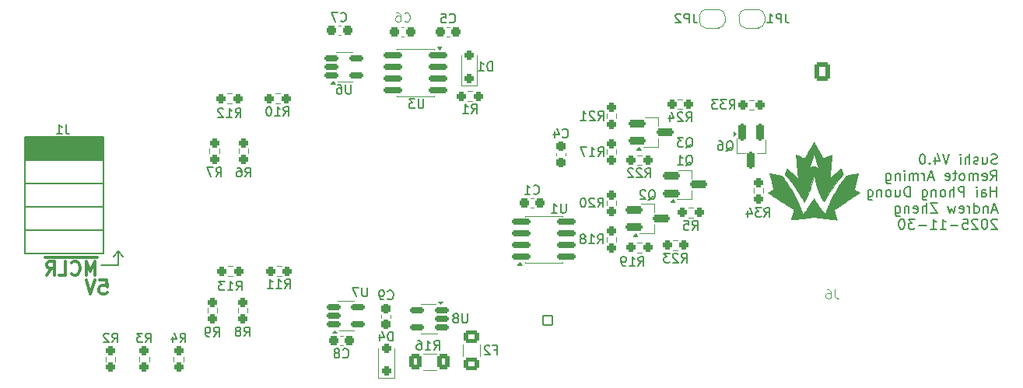
<source format=gbo>
G04 #@! TF.GenerationSoftware,KiCad,Pcbnew,9.0.7*
G04 #@! TF.CreationDate,2026-01-21T21:20:38-05:00*
G04 #@! TF.ProjectId,remote_arming,72656d6f-7465-45f6-9172-6d696e672e6b,rev?*
G04 #@! TF.SameCoordinates,Original*
G04 #@! TF.FileFunction,Legend,Bot*
G04 #@! TF.FilePolarity,Positive*
%FSLAX46Y46*%
G04 Gerber Fmt 4.6, Leading zero omitted, Abs format (unit mm)*
G04 Created by KiCad (PCBNEW 9.0.7) date 2026-01-21 21:20:38*
%MOMM*%
%LPD*%
G01*
G04 APERTURE LIST*
G04 Aperture macros list*
%AMRoundRect*
0 Rectangle with rounded corners*
0 $1 Rounding radius*
0 $2 $3 $4 $5 $6 $7 $8 $9 X,Y pos of 4 corners*
0 Add a 4 corners polygon primitive as box body*
4,1,4,$2,$3,$4,$5,$6,$7,$8,$9,$2,$3,0*
0 Add four circle primitives for the rounded corners*
1,1,$1+$1,$2,$3*
1,1,$1+$1,$4,$5*
1,1,$1+$1,$6,$7*
1,1,$1+$1,$8,$9*
0 Add four rect primitives between the rounded corners*
20,1,$1+$1,$2,$3,$4,$5,0*
20,1,$1+$1,$4,$5,$6,$7,0*
20,1,$1+$1,$6,$7,$8,$9,0*
20,1,$1+$1,$8,$9,$2,$3,0*%
%AMFreePoly0*
4,1,23,0.500000,-0.750000,0.000000,-0.750000,0.000000,-0.745722,-0.065263,-0.745722,-0.191342,-0.711940,-0.304381,-0.646677,-0.396677,-0.554381,-0.461940,-0.441342,-0.495722,-0.315263,-0.495722,-0.250000,-0.500000,-0.250000,-0.500000,0.250000,-0.495722,0.250000,-0.495722,0.315263,-0.461940,0.441342,-0.396677,0.554381,-0.304381,0.646677,-0.191342,0.711940,-0.065263,0.745722,0.000000,0.745722,
0.000000,0.750000,0.500000,0.750000,0.500000,-0.750000,0.500000,-0.750000,$1*%
%AMFreePoly1*
4,1,23,0.000000,0.745722,0.065263,0.745722,0.191342,0.711940,0.304381,0.646677,0.396677,0.554381,0.461940,0.441342,0.495722,0.315263,0.495722,0.250000,0.500000,0.250000,0.500000,-0.250000,0.495722,-0.250000,0.495722,-0.315263,0.461940,-0.441342,0.396677,-0.554381,0.304381,-0.646677,0.191342,-0.711940,0.065263,-0.745722,0.000000,-0.745722,0.000000,-0.750000,-0.500000,-0.750000,
-0.500000,0.750000,0.000000,0.750000,0.000000,0.745722,0.000000,0.745722,$1*%
G04 Aperture macros list end*
%ADD10C,0.200000*%
%ADD11C,0.300000*%
%ADD12C,0.137500*%
%ADD13C,0.100000*%
%ADD14C,0.150000*%
%ADD15C,0.125000*%
%ADD16C,0.120000*%
%ADD17C,0.010000*%
%ADD18R,2.000000X2.000000*%
%ADD19C,2.000000*%
%ADD20C,3.800000*%
%ADD21C,1.000000*%
%ADD22RoundRect,0.250000X-0.600000X-0.725000X0.600000X-0.725000X0.600000X0.725000X-0.600000X0.725000X0*%
%ADD23O,1.700000X1.950000*%
%ADD24C,2.550000*%
%ADD25RoundRect,0.102000X-0.500000X-0.500000X0.500000X-0.500000X0.500000X0.500000X-0.500000X0.500000X0*%
%ADD26C,1.204000*%
%ADD27C,2.379000*%
%ADD28C,3.000000*%
%ADD29C,3.600000*%
%ADD30C,6.400000*%
%ADD31C,6.197600*%
%ADD32C,1.500000*%
%ADD33RoundRect,0.237500X0.250000X0.237500X-0.250000X0.237500X-0.250000X-0.237500X0.250000X-0.237500X0*%
%ADD34RoundRect,0.250001X0.624999X-0.462499X0.624999X0.462499X-0.624999X0.462499X-0.624999X-0.462499X0*%
%ADD35RoundRect,0.237500X-0.237500X0.300000X-0.237500X-0.300000X0.237500X-0.300000X0.237500X0.300000X0*%
%ADD36RoundRect,0.237500X-0.237500X0.250000X-0.237500X-0.250000X0.237500X-0.250000X0.237500X0.250000X0*%
%ADD37RoundRect,0.162500X-0.617500X-0.162500X0.617500X-0.162500X0.617500X0.162500X-0.617500X0.162500X0*%
%ADD38R,2.000000X1.000000*%
%ADD39RoundRect,0.200000X-0.750000X-0.200000X0.750000X-0.200000X0.750000X0.200000X-0.750000X0.200000X0*%
%ADD40RoundRect,0.237500X0.237500X-0.250000X0.237500X0.250000X-0.237500X0.250000X-0.237500X-0.250000X0*%
%ADD41RoundRect,0.150000X-0.825000X-0.150000X0.825000X-0.150000X0.825000X0.150000X-0.825000X0.150000X0*%
%ADD42RoundRect,0.150000X0.825000X0.150000X-0.825000X0.150000X-0.825000X-0.150000X0.825000X-0.150000X0*%
%ADD43RoundRect,0.237500X-0.250000X-0.237500X0.250000X-0.237500X0.250000X0.237500X-0.250000X0.237500X0*%
%ADD44FreePoly0,0.000000*%
%ADD45FreePoly1,0.000000*%
%ADD46RoundRect,0.237500X0.300000X0.237500X-0.300000X0.237500X-0.300000X-0.237500X0.300000X-0.237500X0*%
%ADD47RoundRect,0.200000X-0.200000X0.750000X-0.200000X-0.750000X0.200000X-0.750000X0.200000X0.750000X0*%
%ADD48RoundRect,0.237500X0.237500X-0.300000X0.237500X0.300000X-0.237500X0.300000X-0.237500X-0.300000X0*%
%ADD49RoundRect,0.250000X-0.400000X-0.625000X0.400000X-0.625000X0.400000X0.625000X-0.400000X0.625000X0*%
%ADD50RoundRect,0.250000X0.250000X-0.250000X0.250000X0.250000X-0.250000X0.250000X-0.250000X-0.250000X0*%
%ADD51RoundRect,0.162500X0.617500X0.162500X-0.617500X0.162500X-0.617500X-0.162500X0.617500X-0.162500X0*%
%ADD52RoundRect,0.237500X-0.300000X-0.237500X0.300000X-0.237500X0.300000X0.237500X-0.300000X0.237500X0*%
G04 APERTURE END LIST*
D10*
X109931200Y-100431600D02*
X109423200Y-101066600D01*
X109931200Y-101955600D02*
X109931200Y-100431600D01*
X109931200Y-100431600D02*
X110439200Y-101066600D01*
X108026200Y-101955600D02*
X109931200Y-101955600D01*
D11*
X107900403Y-103611386D02*
X108614689Y-103611386D01*
X108614689Y-103611386D02*
X108686117Y-104325672D01*
X108686117Y-104325672D02*
X108614689Y-104254243D01*
X108614689Y-104254243D02*
X108471832Y-104182815D01*
X108471832Y-104182815D02*
X108114689Y-104182815D01*
X108114689Y-104182815D02*
X107971832Y-104254243D01*
X107971832Y-104254243D02*
X107900403Y-104325672D01*
X107900403Y-104325672D02*
X107828974Y-104468529D01*
X107828974Y-104468529D02*
X107828974Y-104825672D01*
X107828974Y-104825672D02*
X107900403Y-104968529D01*
X107900403Y-104968529D02*
X107971832Y-105039958D01*
X107971832Y-105039958D02*
X108114689Y-105111386D01*
X108114689Y-105111386D02*
X108471832Y-105111386D01*
X108471832Y-105111386D02*
X108614689Y-105039958D01*
X108614689Y-105039958D02*
X108686117Y-104968529D01*
X107400403Y-103611386D02*
X106900403Y-105111386D01*
X106900403Y-105111386D02*
X106400403Y-103611386D01*
X107395489Y-103040328D02*
X107395489Y-101540328D01*
X107395489Y-101540328D02*
X106895489Y-102611757D01*
X106895489Y-102611757D02*
X106395489Y-101540328D01*
X106395489Y-101540328D02*
X106395489Y-103040328D01*
X104824060Y-102897471D02*
X104895488Y-102968900D01*
X104895488Y-102968900D02*
X105109774Y-103040328D01*
X105109774Y-103040328D02*
X105252631Y-103040328D01*
X105252631Y-103040328D02*
X105466917Y-102968900D01*
X105466917Y-102968900D02*
X105609774Y-102826042D01*
X105609774Y-102826042D02*
X105681203Y-102683185D01*
X105681203Y-102683185D02*
X105752631Y-102397471D01*
X105752631Y-102397471D02*
X105752631Y-102183185D01*
X105752631Y-102183185D02*
X105681203Y-101897471D01*
X105681203Y-101897471D02*
X105609774Y-101754614D01*
X105609774Y-101754614D02*
X105466917Y-101611757D01*
X105466917Y-101611757D02*
X105252631Y-101540328D01*
X105252631Y-101540328D02*
X105109774Y-101540328D01*
X105109774Y-101540328D02*
X104895488Y-101611757D01*
X104895488Y-101611757D02*
X104824060Y-101683185D01*
X103466917Y-103040328D02*
X104181203Y-103040328D01*
X104181203Y-103040328D02*
X104181203Y-101540328D01*
X102109774Y-103040328D02*
X102609774Y-102326042D01*
X102966917Y-103040328D02*
X102966917Y-101540328D01*
X102966917Y-101540328D02*
X102395488Y-101540328D01*
X102395488Y-101540328D02*
X102252631Y-101611757D01*
X102252631Y-101611757D02*
X102181202Y-101683185D01*
X102181202Y-101683185D02*
X102109774Y-101826042D01*
X102109774Y-101826042D02*
X102109774Y-102040328D01*
X102109774Y-102040328D02*
X102181202Y-102183185D01*
X102181202Y-102183185D02*
X102252631Y-102254614D01*
X102252631Y-102254614D02*
X102395488Y-102326042D01*
X102395488Y-102326042D02*
X102966917Y-102326042D01*
X107602632Y-101123900D02*
X101974060Y-101123900D01*
D12*
X205541616Y-90912996D02*
X205384473Y-90965376D01*
X205384473Y-90965376D02*
X205122568Y-90965376D01*
X205122568Y-90965376D02*
X205017806Y-90912996D01*
X205017806Y-90912996D02*
X204965425Y-90860615D01*
X204965425Y-90860615D02*
X204913044Y-90755853D01*
X204913044Y-90755853D02*
X204913044Y-90651091D01*
X204913044Y-90651091D02*
X204965425Y-90546329D01*
X204965425Y-90546329D02*
X205017806Y-90493948D01*
X205017806Y-90493948D02*
X205122568Y-90441567D01*
X205122568Y-90441567D02*
X205332092Y-90389186D01*
X205332092Y-90389186D02*
X205436854Y-90336805D01*
X205436854Y-90336805D02*
X205489235Y-90284424D01*
X205489235Y-90284424D02*
X205541616Y-90179662D01*
X205541616Y-90179662D02*
X205541616Y-90074900D01*
X205541616Y-90074900D02*
X205489235Y-89970138D01*
X205489235Y-89970138D02*
X205436854Y-89917757D01*
X205436854Y-89917757D02*
X205332092Y-89865376D01*
X205332092Y-89865376D02*
X205070187Y-89865376D01*
X205070187Y-89865376D02*
X204913044Y-89917757D01*
X203970187Y-90232043D02*
X203970187Y-90965376D01*
X204441616Y-90232043D02*
X204441616Y-90808234D01*
X204441616Y-90808234D02*
X204389235Y-90912996D01*
X204389235Y-90912996D02*
X204284473Y-90965376D01*
X204284473Y-90965376D02*
X204127330Y-90965376D01*
X204127330Y-90965376D02*
X204022568Y-90912996D01*
X204022568Y-90912996D02*
X203970187Y-90860615D01*
X203498759Y-90912996D02*
X203393997Y-90965376D01*
X203393997Y-90965376D02*
X203184473Y-90965376D01*
X203184473Y-90965376D02*
X203079711Y-90912996D01*
X203079711Y-90912996D02*
X203027330Y-90808234D01*
X203027330Y-90808234D02*
X203027330Y-90755853D01*
X203027330Y-90755853D02*
X203079711Y-90651091D01*
X203079711Y-90651091D02*
X203184473Y-90598710D01*
X203184473Y-90598710D02*
X203341616Y-90598710D01*
X203341616Y-90598710D02*
X203446378Y-90546329D01*
X203446378Y-90546329D02*
X203498759Y-90441567D01*
X203498759Y-90441567D02*
X203498759Y-90389186D01*
X203498759Y-90389186D02*
X203446378Y-90284424D01*
X203446378Y-90284424D02*
X203341616Y-90232043D01*
X203341616Y-90232043D02*
X203184473Y-90232043D01*
X203184473Y-90232043D02*
X203079711Y-90284424D01*
X202555902Y-90965376D02*
X202555902Y-89865376D01*
X202084473Y-90965376D02*
X202084473Y-90389186D01*
X202084473Y-90389186D02*
X202136854Y-90284424D01*
X202136854Y-90284424D02*
X202241616Y-90232043D01*
X202241616Y-90232043D02*
X202398759Y-90232043D01*
X202398759Y-90232043D02*
X202503521Y-90284424D01*
X202503521Y-90284424D02*
X202555902Y-90336805D01*
X201560664Y-90965376D02*
X201560664Y-90232043D01*
X201560664Y-89865376D02*
X201613045Y-89917757D01*
X201613045Y-89917757D02*
X201560664Y-89970138D01*
X201560664Y-89970138D02*
X201508283Y-89917757D01*
X201508283Y-89917757D02*
X201560664Y-89865376D01*
X201560664Y-89865376D02*
X201560664Y-89970138D01*
X200355902Y-89865376D02*
X199989235Y-90965376D01*
X199989235Y-90965376D02*
X199622568Y-89865376D01*
X198784473Y-90232043D02*
X198784473Y-90965376D01*
X199046378Y-89812996D02*
X199308283Y-90598710D01*
X199308283Y-90598710D02*
X198627330Y-90598710D01*
X198208283Y-90860615D02*
X198155902Y-90912996D01*
X198155902Y-90912996D02*
X198208283Y-90965376D01*
X198208283Y-90965376D02*
X198260664Y-90912996D01*
X198260664Y-90912996D02*
X198208283Y-90860615D01*
X198208283Y-90860615D02*
X198208283Y-90965376D01*
X197474949Y-89865376D02*
X197370187Y-89865376D01*
X197370187Y-89865376D02*
X197265425Y-89917757D01*
X197265425Y-89917757D02*
X197213044Y-89970138D01*
X197213044Y-89970138D02*
X197160663Y-90074900D01*
X197160663Y-90074900D02*
X197108282Y-90284424D01*
X197108282Y-90284424D02*
X197108282Y-90546329D01*
X197108282Y-90546329D02*
X197160663Y-90755853D01*
X197160663Y-90755853D02*
X197213044Y-90860615D01*
X197213044Y-90860615D02*
X197265425Y-90912996D01*
X197265425Y-90912996D02*
X197370187Y-90965376D01*
X197370187Y-90965376D02*
X197474949Y-90965376D01*
X197474949Y-90965376D02*
X197579711Y-90912996D01*
X197579711Y-90912996D02*
X197632092Y-90860615D01*
X197632092Y-90860615D02*
X197684473Y-90755853D01*
X197684473Y-90755853D02*
X197736854Y-90546329D01*
X197736854Y-90546329D02*
X197736854Y-90284424D01*
X197736854Y-90284424D02*
X197684473Y-90074900D01*
X197684473Y-90074900D02*
X197632092Y-89970138D01*
X197632092Y-89970138D02*
X197579711Y-89917757D01*
X197579711Y-89917757D02*
X197474949Y-89865376D01*
X204860663Y-92736314D02*
X205227330Y-92212505D01*
X205489235Y-92736314D02*
X205489235Y-91636314D01*
X205489235Y-91636314D02*
X205070187Y-91636314D01*
X205070187Y-91636314D02*
X204965425Y-91688695D01*
X204965425Y-91688695D02*
X204913044Y-91741076D01*
X204913044Y-91741076D02*
X204860663Y-91845838D01*
X204860663Y-91845838D02*
X204860663Y-92002981D01*
X204860663Y-92002981D02*
X204913044Y-92107743D01*
X204913044Y-92107743D02*
X204965425Y-92160124D01*
X204965425Y-92160124D02*
X205070187Y-92212505D01*
X205070187Y-92212505D02*
X205489235Y-92212505D01*
X203970187Y-92683934D02*
X204074949Y-92736314D01*
X204074949Y-92736314D02*
X204284473Y-92736314D01*
X204284473Y-92736314D02*
X204389235Y-92683934D01*
X204389235Y-92683934D02*
X204441616Y-92579172D01*
X204441616Y-92579172D02*
X204441616Y-92160124D01*
X204441616Y-92160124D02*
X204389235Y-92055362D01*
X204389235Y-92055362D02*
X204284473Y-92002981D01*
X204284473Y-92002981D02*
X204074949Y-92002981D01*
X204074949Y-92002981D02*
X203970187Y-92055362D01*
X203970187Y-92055362D02*
X203917806Y-92160124D01*
X203917806Y-92160124D02*
X203917806Y-92264886D01*
X203917806Y-92264886D02*
X204441616Y-92369648D01*
X203446378Y-92736314D02*
X203446378Y-92002981D01*
X203446378Y-92107743D02*
X203393997Y-92055362D01*
X203393997Y-92055362D02*
X203289235Y-92002981D01*
X203289235Y-92002981D02*
X203132092Y-92002981D01*
X203132092Y-92002981D02*
X203027330Y-92055362D01*
X203027330Y-92055362D02*
X202974949Y-92160124D01*
X202974949Y-92160124D02*
X202974949Y-92736314D01*
X202974949Y-92160124D02*
X202922568Y-92055362D01*
X202922568Y-92055362D02*
X202817806Y-92002981D01*
X202817806Y-92002981D02*
X202660663Y-92002981D01*
X202660663Y-92002981D02*
X202555902Y-92055362D01*
X202555902Y-92055362D02*
X202503521Y-92160124D01*
X202503521Y-92160124D02*
X202503521Y-92736314D01*
X201822568Y-92736314D02*
X201927330Y-92683934D01*
X201927330Y-92683934D02*
X201979711Y-92631553D01*
X201979711Y-92631553D02*
X202032092Y-92526791D01*
X202032092Y-92526791D02*
X202032092Y-92212505D01*
X202032092Y-92212505D02*
X201979711Y-92107743D01*
X201979711Y-92107743D02*
X201927330Y-92055362D01*
X201927330Y-92055362D02*
X201822568Y-92002981D01*
X201822568Y-92002981D02*
X201665425Y-92002981D01*
X201665425Y-92002981D02*
X201560663Y-92055362D01*
X201560663Y-92055362D02*
X201508282Y-92107743D01*
X201508282Y-92107743D02*
X201455901Y-92212505D01*
X201455901Y-92212505D02*
X201455901Y-92526791D01*
X201455901Y-92526791D02*
X201508282Y-92631553D01*
X201508282Y-92631553D02*
X201560663Y-92683934D01*
X201560663Y-92683934D02*
X201665425Y-92736314D01*
X201665425Y-92736314D02*
X201822568Y-92736314D01*
X201141616Y-92002981D02*
X200722568Y-92002981D01*
X200984473Y-91636314D02*
X200984473Y-92579172D01*
X200984473Y-92579172D02*
X200932092Y-92683934D01*
X200932092Y-92683934D02*
X200827330Y-92736314D01*
X200827330Y-92736314D02*
X200722568Y-92736314D01*
X199936854Y-92683934D02*
X200041616Y-92736314D01*
X200041616Y-92736314D02*
X200251140Y-92736314D01*
X200251140Y-92736314D02*
X200355902Y-92683934D01*
X200355902Y-92683934D02*
X200408283Y-92579172D01*
X200408283Y-92579172D02*
X200408283Y-92160124D01*
X200408283Y-92160124D02*
X200355902Y-92055362D01*
X200355902Y-92055362D02*
X200251140Y-92002981D01*
X200251140Y-92002981D02*
X200041616Y-92002981D01*
X200041616Y-92002981D02*
X199936854Y-92055362D01*
X199936854Y-92055362D02*
X199884473Y-92160124D01*
X199884473Y-92160124D02*
X199884473Y-92264886D01*
X199884473Y-92264886D02*
X200408283Y-92369648D01*
X198627331Y-92422029D02*
X198103521Y-92422029D01*
X198732093Y-92736314D02*
X198365426Y-91636314D01*
X198365426Y-91636314D02*
X197998759Y-92736314D01*
X197632093Y-92736314D02*
X197632093Y-92002981D01*
X197632093Y-92212505D02*
X197579712Y-92107743D01*
X197579712Y-92107743D02*
X197527331Y-92055362D01*
X197527331Y-92055362D02*
X197422569Y-92002981D01*
X197422569Y-92002981D02*
X197317807Y-92002981D01*
X196951141Y-92736314D02*
X196951141Y-92002981D01*
X196951141Y-92107743D02*
X196898760Y-92055362D01*
X196898760Y-92055362D02*
X196793998Y-92002981D01*
X196793998Y-92002981D02*
X196636855Y-92002981D01*
X196636855Y-92002981D02*
X196532093Y-92055362D01*
X196532093Y-92055362D02*
X196479712Y-92160124D01*
X196479712Y-92160124D02*
X196479712Y-92736314D01*
X196479712Y-92160124D02*
X196427331Y-92055362D01*
X196427331Y-92055362D02*
X196322569Y-92002981D01*
X196322569Y-92002981D02*
X196165426Y-92002981D01*
X196165426Y-92002981D02*
X196060665Y-92055362D01*
X196060665Y-92055362D02*
X196008284Y-92160124D01*
X196008284Y-92160124D02*
X196008284Y-92736314D01*
X195484474Y-92736314D02*
X195484474Y-92002981D01*
X195484474Y-91636314D02*
X195536855Y-91688695D01*
X195536855Y-91688695D02*
X195484474Y-91741076D01*
X195484474Y-91741076D02*
X195432093Y-91688695D01*
X195432093Y-91688695D02*
X195484474Y-91636314D01*
X195484474Y-91636314D02*
X195484474Y-91741076D01*
X194960664Y-92002981D02*
X194960664Y-92736314D01*
X194960664Y-92107743D02*
X194908283Y-92055362D01*
X194908283Y-92055362D02*
X194803521Y-92002981D01*
X194803521Y-92002981D02*
X194646378Y-92002981D01*
X194646378Y-92002981D02*
X194541616Y-92055362D01*
X194541616Y-92055362D02*
X194489235Y-92160124D01*
X194489235Y-92160124D02*
X194489235Y-92736314D01*
X193493997Y-92002981D02*
X193493997Y-92893457D01*
X193493997Y-92893457D02*
X193546378Y-92998219D01*
X193546378Y-92998219D02*
X193598759Y-93050600D01*
X193598759Y-93050600D02*
X193703521Y-93102981D01*
X193703521Y-93102981D02*
X193860664Y-93102981D01*
X193860664Y-93102981D02*
X193965426Y-93050600D01*
X193493997Y-92683934D02*
X193598759Y-92736314D01*
X193598759Y-92736314D02*
X193808283Y-92736314D01*
X193808283Y-92736314D02*
X193913045Y-92683934D01*
X193913045Y-92683934D02*
X193965426Y-92631553D01*
X193965426Y-92631553D02*
X194017807Y-92526791D01*
X194017807Y-92526791D02*
X194017807Y-92212505D01*
X194017807Y-92212505D02*
X193965426Y-92107743D01*
X193965426Y-92107743D02*
X193913045Y-92055362D01*
X193913045Y-92055362D02*
X193808283Y-92002981D01*
X193808283Y-92002981D02*
X193598759Y-92002981D01*
X193598759Y-92002981D02*
X193493997Y-92055362D01*
X205489235Y-94507252D02*
X205489235Y-93407252D01*
X205489235Y-93931062D02*
X204860663Y-93931062D01*
X204860663Y-94507252D02*
X204860663Y-93407252D01*
X203865425Y-94507252D02*
X203865425Y-93931062D01*
X203865425Y-93931062D02*
X203917806Y-93826300D01*
X203917806Y-93826300D02*
X204022568Y-93773919D01*
X204022568Y-93773919D02*
X204232092Y-93773919D01*
X204232092Y-93773919D02*
X204336854Y-93826300D01*
X203865425Y-94454872D02*
X203970187Y-94507252D01*
X203970187Y-94507252D02*
X204232092Y-94507252D01*
X204232092Y-94507252D02*
X204336854Y-94454872D01*
X204336854Y-94454872D02*
X204389235Y-94350110D01*
X204389235Y-94350110D02*
X204389235Y-94245348D01*
X204389235Y-94245348D02*
X204336854Y-94140586D01*
X204336854Y-94140586D02*
X204232092Y-94088205D01*
X204232092Y-94088205D02*
X203970187Y-94088205D01*
X203970187Y-94088205D02*
X203865425Y-94035824D01*
X203341616Y-94507252D02*
X203341616Y-93773919D01*
X203341616Y-93407252D02*
X203393997Y-93459633D01*
X203393997Y-93459633D02*
X203341616Y-93512014D01*
X203341616Y-93512014D02*
X203289235Y-93459633D01*
X203289235Y-93459633D02*
X203341616Y-93407252D01*
X203341616Y-93407252D02*
X203341616Y-93512014D01*
X201979711Y-94507252D02*
X201979711Y-93407252D01*
X201979711Y-93407252D02*
X201560663Y-93407252D01*
X201560663Y-93407252D02*
X201455901Y-93459633D01*
X201455901Y-93459633D02*
X201403520Y-93512014D01*
X201403520Y-93512014D02*
X201351139Y-93616776D01*
X201351139Y-93616776D02*
X201351139Y-93773919D01*
X201351139Y-93773919D02*
X201403520Y-93878681D01*
X201403520Y-93878681D02*
X201455901Y-93931062D01*
X201455901Y-93931062D02*
X201560663Y-93983443D01*
X201560663Y-93983443D02*
X201979711Y-93983443D01*
X200879711Y-94507252D02*
X200879711Y-93407252D01*
X200408282Y-94507252D02*
X200408282Y-93931062D01*
X200408282Y-93931062D02*
X200460663Y-93826300D01*
X200460663Y-93826300D02*
X200565425Y-93773919D01*
X200565425Y-93773919D02*
X200722568Y-93773919D01*
X200722568Y-93773919D02*
X200827330Y-93826300D01*
X200827330Y-93826300D02*
X200879711Y-93878681D01*
X199727330Y-94507252D02*
X199832092Y-94454872D01*
X199832092Y-94454872D02*
X199884473Y-94402491D01*
X199884473Y-94402491D02*
X199936854Y-94297729D01*
X199936854Y-94297729D02*
X199936854Y-93983443D01*
X199936854Y-93983443D02*
X199884473Y-93878681D01*
X199884473Y-93878681D02*
X199832092Y-93826300D01*
X199832092Y-93826300D02*
X199727330Y-93773919D01*
X199727330Y-93773919D02*
X199570187Y-93773919D01*
X199570187Y-93773919D02*
X199465425Y-93826300D01*
X199465425Y-93826300D02*
X199413044Y-93878681D01*
X199413044Y-93878681D02*
X199360663Y-93983443D01*
X199360663Y-93983443D02*
X199360663Y-94297729D01*
X199360663Y-94297729D02*
X199413044Y-94402491D01*
X199413044Y-94402491D02*
X199465425Y-94454872D01*
X199465425Y-94454872D02*
X199570187Y-94507252D01*
X199570187Y-94507252D02*
X199727330Y-94507252D01*
X198889235Y-93773919D02*
X198889235Y-94507252D01*
X198889235Y-93878681D02*
X198836854Y-93826300D01*
X198836854Y-93826300D02*
X198732092Y-93773919D01*
X198732092Y-93773919D02*
X198574949Y-93773919D01*
X198574949Y-93773919D02*
X198470187Y-93826300D01*
X198470187Y-93826300D02*
X198417806Y-93931062D01*
X198417806Y-93931062D02*
X198417806Y-94507252D01*
X197422568Y-93773919D02*
X197422568Y-94664395D01*
X197422568Y-94664395D02*
X197474949Y-94769157D01*
X197474949Y-94769157D02*
X197527330Y-94821538D01*
X197527330Y-94821538D02*
X197632092Y-94873919D01*
X197632092Y-94873919D02*
X197789235Y-94873919D01*
X197789235Y-94873919D02*
X197893997Y-94821538D01*
X197422568Y-94454872D02*
X197527330Y-94507252D01*
X197527330Y-94507252D02*
X197736854Y-94507252D01*
X197736854Y-94507252D02*
X197841616Y-94454872D01*
X197841616Y-94454872D02*
X197893997Y-94402491D01*
X197893997Y-94402491D02*
X197946378Y-94297729D01*
X197946378Y-94297729D02*
X197946378Y-93983443D01*
X197946378Y-93983443D02*
X197893997Y-93878681D01*
X197893997Y-93878681D02*
X197841616Y-93826300D01*
X197841616Y-93826300D02*
X197736854Y-93773919D01*
X197736854Y-93773919D02*
X197527330Y-93773919D01*
X197527330Y-93773919D02*
X197422568Y-93826300D01*
X196060664Y-94507252D02*
X196060664Y-93407252D01*
X196060664Y-93407252D02*
X195798759Y-93407252D01*
X195798759Y-93407252D02*
X195641616Y-93459633D01*
X195641616Y-93459633D02*
X195536854Y-93564395D01*
X195536854Y-93564395D02*
X195484473Y-93669157D01*
X195484473Y-93669157D02*
X195432092Y-93878681D01*
X195432092Y-93878681D02*
X195432092Y-94035824D01*
X195432092Y-94035824D02*
X195484473Y-94245348D01*
X195484473Y-94245348D02*
X195536854Y-94350110D01*
X195536854Y-94350110D02*
X195641616Y-94454872D01*
X195641616Y-94454872D02*
X195798759Y-94507252D01*
X195798759Y-94507252D02*
X196060664Y-94507252D01*
X194489235Y-93773919D02*
X194489235Y-94507252D01*
X194960664Y-93773919D02*
X194960664Y-94350110D01*
X194960664Y-94350110D02*
X194908283Y-94454872D01*
X194908283Y-94454872D02*
X194803521Y-94507252D01*
X194803521Y-94507252D02*
X194646378Y-94507252D01*
X194646378Y-94507252D02*
X194541616Y-94454872D01*
X194541616Y-94454872D02*
X194489235Y-94402491D01*
X193808283Y-94507252D02*
X193913045Y-94454872D01*
X193913045Y-94454872D02*
X193965426Y-94402491D01*
X193965426Y-94402491D02*
X194017807Y-94297729D01*
X194017807Y-94297729D02*
X194017807Y-93983443D01*
X194017807Y-93983443D02*
X193965426Y-93878681D01*
X193965426Y-93878681D02*
X193913045Y-93826300D01*
X193913045Y-93826300D02*
X193808283Y-93773919D01*
X193808283Y-93773919D02*
X193651140Y-93773919D01*
X193651140Y-93773919D02*
X193546378Y-93826300D01*
X193546378Y-93826300D02*
X193493997Y-93878681D01*
X193493997Y-93878681D02*
X193441616Y-93983443D01*
X193441616Y-93983443D02*
X193441616Y-94297729D01*
X193441616Y-94297729D02*
X193493997Y-94402491D01*
X193493997Y-94402491D02*
X193546378Y-94454872D01*
X193546378Y-94454872D02*
X193651140Y-94507252D01*
X193651140Y-94507252D02*
X193808283Y-94507252D01*
X192970188Y-93773919D02*
X192970188Y-94507252D01*
X192970188Y-93878681D02*
X192917807Y-93826300D01*
X192917807Y-93826300D02*
X192813045Y-93773919D01*
X192813045Y-93773919D02*
X192655902Y-93773919D01*
X192655902Y-93773919D02*
X192551140Y-93826300D01*
X192551140Y-93826300D02*
X192498759Y-93931062D01*
X192498759Y-93931062D02*
X192498759Y-94507252D01*
X191503521Y-93773919D02*
X191503521Y-94664395D01*
X191503521Y-94664395D02*
X191555902Y-94769157D01*
X191555902Y-94769157D02*
X191608283Y-94821538D01*
X191608283Y-94821538D02*
X191713045Y-94873919D01*
X191713045Y-94873919D02*
X191870188Y-94873919D01*
X191870188Y-94873919D02*
X191974950Y-94821538D01*
X191503521Y-94454872D02*
X191608283Y-94507252D01*
X191608283Y-94507252D02*
X191817807Y-94507252D01*
X191817807Y-94507252D02*
X191922569Y-94454872D01*
X191922569Y-94454872D02*
X191974950Y-94402491D01*
X191974950Y-94402491D02*
X192027331Y-94297729D01*
X192027331Y-94297729D02*
X192027331Y-93983443D01*
X192027331Y-93983443D02*
X191974950Y-93878681D01*
X191974950Y-93878681D02*
X191922569Y-93826300D01*
X191922569Y-93826300D02*
X191817807Y-93773919D01*
X191817807Y-93773919D02*
X191608283Y-93773919D01*
X191608283Y-93773919D02*
X191503521Y-93826300D01*
X205541616Y-95963905D02*
X205017806Y-95963905D01*
X205646378Y-96278190D02*
X205279711Y-95178190D01*
X205279711Y-95178190D02*
X204913044Y-96278190D01*
X204546378Y-95544857D02*
X204546378Y-96278190D01*
X204546378Y-95649619D02*
X204493997Y-95597238D01*
X204493997Y-95597238D02*
X204389235Y-95544857D01*
X204389235Y-95544857D02*
X204232092Y-95544857D01*
X204232092Y-95544857D02*
X204127330Y-95597238D01*
X204127330Y-95597238D02*
X204074949Y-95702000D01*
X204074949Y-95702000D02*
X204074949Y-96278190D01*
X203079711Y-96278190D02*
X203079711Y-95178190D01*
X203079711Y-96225810D02*
X203184473Y-96278190D01*
X203184473Y-96278190D02*
X203393997Y-96278190D01*
X203393997Y-96278190D02*
X203498759Y-96225810D01*
X203498759Y-96225810D02*
X203551140Y-96173429D01*
X203551140Y-96173429D02*
X203603521Y-96068667D01*
X203603521Y-96068667D02*
X203603521Y-95754381D01*
X203603521Y-95754381D02*
X203551140Y-95649619D01*
X203551140Y-95649619D02*
X203498759Y-95597238D01*
X203498759Y-95597238D02*
X203393997Y-95544857D01*
X203393997Y-95544857D02*
X203184473Y-95544857D01*
X203184473Y-95544857D02*
X203079711Y-95597238D01*
X202555902Y-96278190D02*
X202555902Y-95544857D01*
X202555902Y-95754381D02*
X202503521Y-95649619D01*
X202503521Y-95649619D02*
X202451140Y-95597238D01*
X202451140Y-95597238D02*
X202346378Y-95544857D01*
X202346378Y-95544857D02*
X202241616Y-95544857D01*
X201455902Y-96225810D02*
X201560664Y-96278190D01*
X201560664Y-96278190D02*
X201770188Y-96278190D01*
X201770188Y-96278190D02*
X201874950Y-96225810D01*
X201874950Y-96225810D02*
X201927331Y-96121048D01*
X201927331Y-96121048D02*
X201927331Y-95702000D01*
X201927331Y-95702000D02*
X201874950Y-95597238D01*
X201874950Y-95597238D02*
X201770188Y-95544857D01*
X201770188Y-95544857D02*
X201560664Y-95544857D01*
X201560664Y-95544857D02*
X201455902Y-95597238D01*
X201455902Y-95597238D02*
X201403521Y-95702000D01*
X201403521Y-95702000D02*
X201403521Y-95806762D01*
X201403521Y-95806762D02*
X201927331Y-95911524D01*
X201036855Y-95544857D02*
X200827331Y-96278190D01*
X200827331Y-96278190D02*
X200617807Y-95754381D01*
X200617807Y-95754381D02*
X200408283Y-96278190D01*
X200408283Y-96278190D02*
X200198759Y-95544857D01*
X199046379Y-95178190D02*
X198313045Y-95178190D01*
X198313045Y-95178190D02*
X199046379Y-96278190D01*
X199046379Y-96278190D02*
X198313045Y-96278190D01*
X197893998Y-96278190D02*
X197893998Y-95178190D01*
X197422569Y-96278190D02*
X197422569Y-95702000D01*
X197422569Y-95702000D02*
X197474950Y-95597238D01*
X197474950Y-95597238D02*
X197579712Y-95544857D01*
X197579712Y-95544857D02*
X197736855Y-95544857D01*
X197736855Y-95544857D02*
X197841617Y-95597238D01*
X197841617Y-95597238D02*
X197893998Y-95649619D01*
X196479712Y-96225810D02*
X196584474Y-96278190D01*
X196584474Y-96278190D02*
X196793998Y-96278190D01*
X196793998Y-96278190D02*
X196898760Y-96225810D01*
X196898760Y-96225810D02*
X196951141Y-96121048D01*
X196951141Y-96121048D02*
X196951141Y-95702000D01*
X196951141Y-95702000D02*
X196898760Y-95597238D01*
X196898760Y-95597238D02*
X196793998Y-95544857D01*
X196793998Y-95544857D02*
X196584474Y-95544857D01*
X196584474Y-95544857D02*
X196479712Y-95597238D01*
X196479712Y-95597238D02*
X196427331Y-95702000D01*
X196427331Y-95702000D02*
X196427331Y-95806762D01*
X196427331Y-95806762D02*
X196951141Y-95911524D01*
X195955903Y-95544857D02*
X195955903Y-96278190D01*
X195955903Y-95649619D02*
X195903522Y-95597238D01*
X195903522Y-95597238D02*
X195798760Y-95544857D01*
X195798760Y-95544857D02*
X195641617Y-95544857D01*
X195641617Y-95544857D02*
X195536855Y-95597238D01*
X195536855Y-95597238D02*
X195484474Y-95702000D01*
X195484474Y-95702000D02*
X195484474Y-96278190D01*
X194489236Y-95544857D02*
X194489236Y-96435333D01*
X194489236Y-96435333D02*
X194541617Y-96540095D01*
X194541617Y-96540095D02*
X194593998Y-96592476D01*
X194593998Y-96592476D02*
X194698760Y-96644857D01*
X194698760Y-96644857D02*
X194855903Y-96644857D01*
X194855903Y-96644857D02*
X194960665Y-96592476D01*
X194489236Y-96225810D02*
X194593998Y-96278190D01*
X194593998Y-96278190D02*
X194803522Y-96278190D01*
X194803522Y-96278190D02*
X194908284Y-96225810D01*
X194908284Y-96225810D02*
X194960665Y-96173429D01*
X194960665Y-96173429D02*
X195013046Y-96068667D01*
X195013046Y-96068667D02*
X195013046Y-95754381D01*
X195013046Y-95754381D02*
X194960665Y-95649619D01*
X194960665Y-95649619D02*
X194908284Y-95597238D01*
X194908284Y-95597238D02*
X194803522Y-95544857D01*
X194803522Y-95544857D02*
X194593998Y-95544857D01*
X194593998Y-95544857D02*
X194489236Y-95597238D01*
X205541616Y-97053890D02*
X205489235Y-97001509D01*
X205489235Y-97001509D02*
X205384473Y-96949128D01*
X205384473Y-96949128D02*
X205122568Y-96949128D01*
X205122568Y-96949128D02*
X205017806Y-97001509D01*
X205017806Y-97001509D02*
X204965425Y-97053890D01*
X204965425Y-97053890D02*
X204913044Y-97158652D01*
X204913044Y-97158652D02*
X204913044Y-97263414D01*
X204913044Y-97263414D02*
X204965425Y-97420557D01*
X204965425Y-97420557D02*
X205593997Y-98049128D01*
X205593997Y-98049128D02*
X204913044Y-98049128D01*
X204232092Y-96949128D02*
X204127330Y-96949128D01*
X204127330Y-96949128D02*
X204022568Y-97001509D01*
X204022568Y-97001509D02*
X203970187Y-97053890D01*
X203970187Y-97053890D02*
X203917806Y-97158652D01*
X203917806Y-97158652D02*
X203865425Y-97368176D01*
X203865425Y-97368176D02*
X203865425Y-97630081D01*
X203865425Y-97630081D02*
X203917806Y-97839605D01*
X203917806Y-97839605D02*
X203970187Y-97944367D01*
X203970187Y-97944367D02*
X204022568Y-97996748D01*
X204022568Y-97996748D02*
X204127330Y-98049128D01*
X204127330Y-98049128D02*
X204232092Y-98049128D01*
X204232092Y-98049128D02*
X204336854Y-97996748D01*
X204336854Y-97996748D02*
X204389235Y-97944367D01*
X204389235Y-97944367D02*
X204441616Y-97839605D01*
X204441616Y-97839605D02*
X204493997Y-97630081D01*
X204493997Y-97630081D02*
X204493997Y-97368176D01*
X204493997Y-97368176D02*
X204441616Y-97158652D01*
X204441616Y-97158652D02*
X204389235Y-97053890D01*
X204389235Y-97053890D02*
X204336854Y-97001509D01*
X204336854Y-97001509D02*
X204232092Y-96949128D01*
X203446378Y-97053890D02*
X203393997Y-97001509D01*
X203393997Y-97001509D02*
X203289235Y-96949128D01*
X203289235Y-96949128D02*
X203027330Y-96949128D01*
X203027330Y-96949128D02*
X202922568Y-97001509D01*
X202922568Y-97001509D02*
X202870187Y-97053890D01*
X202870187Y-97053890D02*
X202817806Y-97158652D01*
X202817806Y-97158652D02*
X202817806Y-97263414D01*
X202817806Y-97263414D02*
X202870187Y-97420557D01*
X202870187Y-97420557D02*
X203498759Y-98049128D01*
X203498759Y-98049128D02*
X202817806Y-98049128D01*
X201822568Y-96949128D02*
X202346378Y-96949128D01*
X202346378Y-96949128D02*
X202398759Y-97472938D01*
X202398759Y-97472938D02*
X202346378Y-97420557D01*
X202346378Y-97420557D02*
X202241616Y-97368176D01*
X202241616Y-97368176D02*
X201979711Y-97368176D01*
X201979711Y-97368176D02*
X201874949Y-97420557D01*
X201874949Y-97420557D02*
X201822568Y-97472938D01*
X201822568Y-97472938D02*
X201770187Y-97577700D01*
X201770187Y-97577700D02*
X201770187Y-97839605D01*
X201770187Y-97839605D02*
X201822568Y-97944367D01*
X201822568Y-97944367D02*
X201874949Y-97996748D01*
X201874949Y-97996748D02*
X201979711Y-98049128D01*
X201979711Y-98049128D02*
X202241616Y-98049128D01*
X202241616Y-98049128D02*
X202346378Y-97996748D01*
X202346378Y-97996748D02*
X202398759Y-97944367D01*
X201298759Y-97630081D02*
X200460664Y-97630081D01*
X199360663Y-98049128D02*
X199989235Y-98049128D01*
X199674949Y-98049128D02*
X199674949Y-96949128D01*
X199674949Y-96949128D02*
X199779711Y-97106271D01*
X199779711Y-97106271D02*
X199884473Y-97211033D01*
X199884473Y-97211033D02*
X199989235Y-97263414D01*
X198313044Y-98049128D02*
X198941616Y-98049128D01*
X198627330Y-98049128D02*
X198627330Y-96949128D01*
X198627330Y-96949128D02*
X198732092Y-97106271D01*
X198732092Y-97106271D02*
X198836854Y-97211033D01*
X198836854Y-97211033D02*
X198941616Y-97263414D01*
X197841616Y-97630081D02*
X197003521Y-97630081D01*
X196584473Y-96949128D02*
X195903520Y-96949128D01*
X195903520Y-96949128D02*
X196270187Y-97368176D01*
X196270187Y-97368176D02*
X196113044Y-97368176D01*
X196113044Y-97368176D02*
X196008282Y-97420557D01*
X196008282Y-97420557D02*
X195955901Y-97472938D01*
X195955901Y-97472938D02*
X195903520Y-97577700D01*
X195903520Y-97577700D02*
X195903520Y-97839605D01*
X195903520Y-97839605D02*
X195955901Y-97944367D01*
X195955901Y-97944367D02*
X196008282Y-97996748D01*
X196008282Y-97996748D02*
X196113044Y-98049128D01*
X196113044Y-98049128D02*
X196427330Y-98049128D01*
X196427330Y-98049128D02*
X196532092Y-97996748D01*
X196532092Y-97996748D02*
X196584473Y-97944367D01*
X195222568Y-96949128D02*
X195117806Y-96949128D01*
X195117806Y-96949128D02*
X195013044Y-97001509D01*
X195013044Y-97001509D02*
X194960663Y-97053890D01*
X194960663Y-97053890D02*
X194908282Y-97158652D01*
X194908282Y-97158652D02*
X194855901Y-97368176D01*
X194855901Y-97368176D02*
X194855901Y-97630081D01*
X194855901Y-97630081D02*
X194908282Y-97839605D01*
X194908282Y-97839605D02*
X194960663Y-97944367D01*
X194960663Y-97944367D02*
X195013044Y-97996748D01*
X195013044Y-97996748D02*
X195117806Y-98049128D01*
X195117806Y-98049128D02*
X195222568Y-98049128D01*
X195222568Y-98049128D02*
X195327330Y-97996748D01*
X195327330Y-97996748D02*
X195379711Y-97944367D01*
X195379711Y-97944367D02*
X195432092Y-97839605D01*
X195432092Y-97839605D02*
X195484473Y-97630081D01*
X195484473Y-97630081D02*
X195484473Y-97368176D01*
X195484473Y-97368176D02*
X195432092Y-97158652D01*
X195432092Y-97158652D02*
X195379711Y-97053890D01*
X195379711Y-97053890D02*
X195327330Y-97001509D01*
X195327330Y-97001509D02*
X195222568Y-96949128D01*
D13*
X187906133Y-104602619D02*
X187906133Y-105316904D01*
X187906133Y-105316904D02*
X187953752Y-105459761D01*
X187953752Y-105459761D02*
X188048990Y-105555000D01*
X188048990Y-105555000D02*
X188191847Y-105602619D01*
X188191847Y-105602619D02*
X188287085Y-105602619D01*
X187001371Y-104602619D02*
X187191847Y-104602619D01*
X187191847Y-104602619D02*
X187287085Y-104650238D01*
X187287085Y-104650238D02*
X187334704Y-104697857D01*
X187334704Y-104697857D02*
X187429942Y-104840714D01*
X187429942Y-104840714D02*
X187477561Y-105031190D01*
X187477561Y-105031190D02*
X187477561Y-105412142D01*
X187477561Y-105412142D02*
X187429942Y-105507380D01*
X187429942Y-105507380D02*
X187382323Y-105555000D01*
X187382323Y-105555000D02*
X187287085Y-105602619D01*
X187287085Y-105602619D02*
X187096609Y-105602619D01*
X187096609Y-105602619D02*
X187001371Y-105555000D01*
X187001371Y-105555000D02*
X186953752Y-105507380D01*
X186953752Y-105507380D02*
X186906133Y-105412142D01*
X186906133Y-105412142D02*
X186906133Y-105174047D01*
X186906133Y-105174047D02*
X186953752Y-105078809D01*
X186953752Y-105078809D02*
X187001371Y-105031190D01*
X187001371Y-105031190D02*
X187096609Y-104983571D01*
X187096609Y-104983571D02*
X187287085Y-104983571D01*
X187287085Y-104983571D02*
X187382323Y-105031190D01*
X187382323Y-105031190D02*
X187429942Y-105078809D01*
X187429942Y-105078809D02*
X187477561Y-105174047D01*
D14*
X166502857Y-102034819D02*
X166836190Y-101558628D01*
X167074285Y-102034819D02*
X167074285Y-101034819D01*
X167074285Y-101034819D02*
X166693333Y-101034819D01*
X166693333Y-101034819D02*
X166598095Y-101082438D01*
X166598095Y-101082438D02*
X166550476Y-101130057D01*
X166550476Y-101130057D02*
X166502857Y-101225295D01*
X166502857Y-101225295D02*
X166502857Y-101368152D01*
X166502857Y-101368152D02*
X166550476Y-101463390D01*
X166550476Y-101463390D02*
X166598095Y-101511009D01*
X166598095Y-101511009D02*
X166693333Y-101558628D01*
X166693333Y-101558628D02*
X167074285Y-101558628D01*
X165550476Y-102034819D02*
X166121904Y-102034819D01*
X165836190Y-102034819D02*
X165836190Y-101034819D01*
X165836190Y-101034819D02*
X165931428Y-101177676D01*
X165931428Y-101177676D02*
X166026666Y-101272914D01*
X166026666Y-101272914D02*
X166121904Y-101320533D01*
X165074285Y-102034819D02*
X164883809Y-102034819D01*
X164883809Y-102034819D02*
X164788571Y-101987200D01*
X164788571Y-101987200D02*
X164740952Y-101939580D01*
X164740952Y-101939580D02*
X164645714Y-101796723D01*
X164645714Y-101796723D02*
X164598095Y-101606247D01*
X164598095Y-101606247D02*
X164598095Y-101225295D01*
X164598095Y-101225295D02*
X164645714Y-101130057D01*
X164645714Y-101130057D02*
X164693333Y-101082438D01*
X164693333Y-101082438D02*
X164788571Y-101034819D01*
X164788571Y-101034819D02*
X164979047Y-101034819D01*
X164979047Y-101034819D02*
X165074285Y-101082438D01*
X165074285Y-101082438D02*
X165121904Y-101130057D01*
X165121904Y-101130057D02*
X165169523Y-101225295D01*
X165169523Y-101225295D02*
X165169523Y-101463390D01*
X165169523Y-101463390D02*
X165121904Y-101558628D01*
X165121904Y-101558628D02*
X165074285Y-101606247D01*
X165074285Y-101606247D02*
X164979047Y-101653866D01*
X164979047Y-101653866D02*
X164788571Y-101653866D01*
X164788571Y-101653866D02*
X164693333Y-101606247D01*
X164693333Y-101606247D02*
X164645714Y-101558628D01*
X164645714Y-101558628D02*
X164598095Y-101463390D01*
X150802933Y-111161509D02*
X151136266Y-111161509D01*
X151136266Y-111685319D02*
X151136266Y-110685319D01*
X151136266Y-110685319D02*
X150660076Y-110685319D01*
X150326742Y-110780557D02*
X150279123Y-110732938D01*
X150279123Y-110732938D02*
X150183885Y-110685319D01*
X150183885Y-110685319D02*
X149945790Y-110685319D01*
X149945790Y-110685319D02*
X149850552Y-110732938D01*
X149850552Y-110732938D02*
X149802933Y-110780557D01*
X149802933Y-110780557D02*
X149755314Y-110875795D01*
X149755314Y-110875795D02*
X149755314Y-110971033D01*
X149755314Y-110971033D02*
X149802933Y-111113890D01*
X149802933Y-111113890D02*
X150374361Y-111685319D01*
X150374361Y-111685319D02*
X149755314Y-111685319D01*
X158256266Y-88014980D02*
X158303885Y-88062600D01*
X158303885Y-88062600D02*
X158446742Y-88110219D01*
X158446742Y-88110219D02*
X158541980Y-88110219D01*
X158541980Y-88110219D02*
X158684837Y-88062600D01*
X158684837Y-88062600D02*
X158780075Y-87967361D01*
X158780075Y-87967361D02*
X158827694Y-87872123D01*
X158827694Y-87872123D02*
X158875313Y-87681647D01*
X158875313Y-87681647D02*
X158875313Y-87538790D01*
X158875313Y-87538790D02*
X158827694Y-87348314D01*
X158827694Y-87348314D02*
X158780075Y-87253076D01*
X158780075Y-87253076D02*
X158684837Y-87157838D01*
X158684837Y-87157838D02*
X158541980Y-87110219D01*
X158541980Y-87110219D02*
X158446742Y-87110219D01*
X158446742Y-87110219D02*
X158303885Y-87157838D01*
X158303885Y-87157838D02*
X158256266Y-87205457D01*
X157399123Y-87443552D02*
X157399123Y-88110219D01*
X157637218Y-87062600D02*
X157875313Y-87776885D01*
X157875313Y-87776885D02*
X157256266Y-87776885D01*
X120537266Y-92326619D02*
X120870599Y-91850428D01*
X121108694Y-92326619D02*
X121108694Y-91326619D01*
X121108694Y-91326619D02*
X120727742Y-91326619D01*
X120727742Y-91326619D02*
X120632504Y-91374238D01*
X120632504Y-91374238D02*
X120584885Y-91421857D01*
X120584885Y-91421857D02*
X120537266Y-91517095D01*
X120537266Y-91517095D02*
X120537266Y-91659952D01*
X120537266Y-91659952D02*
X120584885Y-91755190D01*
X120584885Y-91755190D02*
X120632504Y-91802809D01*
X120632504Y-91802809D02*
X120727742Y-91850428D01*
X120727742Y-91850428D02*
X121108694Y-91850428D01*
X120203932Y-91326619D02*
X119537266Y-91326619D01*
X119537266Y-91326619D02*
X119965837Y-92326619D01*
X137012904Y-104394819D02*
X137012904Y-105204342D01*
X137012904Y-105204342D02*
X136965285Y-105299580D01*
X136965285Y-105299580D02*
X136917666Y-105347200D01*
X136917666Y-105347200D02*
X136822428Y-105394819D01*
X136822428Y-105394819D02*
X136631952Y-105394819D01*
X136631952Y-105394819D02*
X136536714Y-105347200D01*
X136536714Y-105347200D02*
X136489095Y-105299580D01*
X136489095Y-105299580D02*
X136441476Y-105204342D01*
X136441476Y-105204342D02*
X136441476Y-104394819D01*
X136060523Y-104394819D02*
X135393857Y-104394819D01*
X135393857Y-104394819D02*
X135822428Y-105394819D01*
X104219333Y-86678419D02*
X104219333Y-87392704D01*
X104219333Y-87392704D02*
X104266952Y-87535561D01*
X104266952Y-87535561D02*
X104362190Y-87630800D01*
X104362190Y-87630800D02*
X104505047Y-87678419D01*
X104505047Y-87678419D02*
X104600285Y-87678419D01*
X103219333Y-87678419D02*
X103790761Y-87678419D01*
X103505047Y-87678419D02*
X103505047Y-86678419D01*
X103505047Y-86678419D02*
X103600285Y-86821276D01*
X103600285Y-86821276D02*
X103695523Y-86916514D01*
X103695523Y-86916514D02*
X103790761Y-86964133D01*
X135239904Y-82311319D02*
X135239904Y-83120842D01*
X135239904Y-83120842D02*
X135192285Y-83216080D01*
X135192285Y-83216080D02*
X135144666Y-83263700D01*
X135144666Y-83263700D02*
X135049428Y-83311319D01*
X135049428Y-83311319D02*
X134858952Y-83311319D01*
X134858952Y-83311319D02*
X134763714Y-83263700D01*
X134763714Y-83263700D02*
X134716095Y-83216080D01*
X134716095Y-83216080D02*
X134668476Y-83120842D01*
X134668476Y-83120842D02*
X134668476Y-82311319D01*
X133763714Y-82311319D02*
X133954190Y-82311319D01*
X133954190Y-82311319D02*
X134049428Y-82358938D01*
X134049428Y-82358938D02*
X134097047Y-82406557D01*
X134097047Y-82406557D02*
X134192285Y-82549414D01*
X134192285Y-82549414D02*
X134239904Y-82739890D01*
X134239904Y-82739890D02*
X134239904Y-83120842D01*
X134239904Y-83120842D02*
X134192285Y-83216080D01*
X134192285Y-83216080D02*
X134144666Y-83263700D01*
X134144666Y-83263700D02*
X134049428Y-83311319D01*
X134049428Y-83311319D02*
X133858952Y-83311319D01*
X133858952Y-83311319D02*
X133763714Y-83263700D01*
X133763714Y-83263700D02*
X133716095Y-83216080D01*
X133716095Y-83216080D02*
X133668476Y-83120842D01*
X133668476Y-83120842D02*
X133668476Y-82882747D01*
X133668476Y-82882747D02*
X133716095Y-82787509D01*
X133716095Y-82787509D02*
X133763714Y-82739890D01*
X133763714Y-82739890D02*
X133858952Y-82692271D01*
X133858952Y-82692271D02*
X134049428Y-82692271D01*
X134049428Y-82692271D02*
X134144666Y-82739890D01*
X134144666Y-82739890D02*
X134192285Y-82787509D01*
X134192285Y-82787509D02*
X134239904Y-82882747D01*
X171673238Y-91106557D02*
X171768476Y-91058938D01*
X171768476Y-91058938D02*
X171863714Y-90963700D01*
X171863714Y-90963700D02*
X172006571Y-90820842D01*
X172006571Y-90820842D02*
X172101809Y-90773223D01*
X172101809Y-90773223D02*
X172197047Y-90773223D01*
X172149428Y-91011319D02*
X172244666Y-90963700D01*
X172244666Y-90963700D02*
X172339904Y-90868461D01*
X172339904Y-90868461D02*
X172387523Y-90677985D01*
X172387523Y-90677985D02*
X172387523Y-90344652D01*
X172387523Y-90344652D02*
X172339904Y-90154176D01*
X172339904Y-90154176D02*
X172244666Y-90058938D01*
X172244666Y-90058938D02*
X172149428Y-90011319D01*
X172149428Y-90011319D02*
X171958952Y-90011319D01*
X171958952Y-90011319D02*
X171863714Y-90058938D01*
X171863714Y-90058938D02*
X171768476Y-90154176D01*
X171768476Y-90154176D02*
X171720857Y-90344652D01*
X171720857Y-90344652D02*
X171720857Y-90677985D01*
X171720857Y-90677985D02*
X171768476Y-90868461D01*
X171768476Y-90868461D02*
X171863714Y-90963700D01*
X171863714Y-90963700D02*
X171958952Y-91011319D01*
X171958952Y-91011319D02*
X172149428Y-91011319D01*
X170768476Y-91011319D02*
X171339904Y-91011319D01*
X171054190Y-91011319D02*
X171054190Y-90011319D01*
X171054190Y-90011319D02*
X171149428Y-90154176D01*
X171149428Y-90154176D02*
X171244666Y-90249414D01*
X171244666Y-90249414D02*
X171339904Y-90297033D01*
X122766057Y-104704819D02*
X123099390Y-104228628D01*
X123337485Y-104704819D02*
X123337485Y-103704819D01*
X123337485Y-103704819D02*
X122956533Y-103704819D01*
X122956533Y-103704819D02*
X122861295Y-103752438D01*
X122861295Y-103752438D02*
X122813676Y-103800057D01*
X122813676Y-103800057D02*
X122766057Y-103895295D01*
X122766057Y-103895295D02*
X122766057Y-104038152D01*
X122766057Y-104038152D02*
X122813676Y-104133390D01*
X122813676Y-104133390D02*
X122861295Y-104181009D01*
X122861295Y-104181009D02*
X122956533Y-104228628D01*
X122956533Y-104228628D02*
X123337485Y-104228628D01*
X121813676Y-104704819D02*
X122385104Y-104704819D01*
X122099390Y-104704819D02*
X122099390Y-103704819D01*
X122099390Y-103704819D02*
X122194628Y-103847676D01*
X122194628Y-103847676D02*
X122289866Y-103942914D01*
X122289866Y-103942914D02*
X122385104Y-103990533D01*
X121480342Y-103704819D02*
X120861295Y-103704819D01*
X120861295Y-103704819D02*
X121194628Y-104085771D01*
X121194628Y-104085771D02*
X121051771Y-104085771D01*
X121051771Y-104085771D02*
X120956533Y-104133390D01*
X120956533Y-104133390D02*
X120908914Y-104181009D01*
X120908914Y-104181009D02*
X120861295Y-104276247D01*
X120861295Y-104276247D02*
X120861295Y-104514342D01*
X120861295Y-104514342D02*
X120908914Y-104609580D01*
X120908914Y-104609580D02*
X120956533Y-104657200D01*
X120956533Y-104657200D02*
X121051771Y-104704819D01*
X121051771Y-104704819D02*
X121337485Y-104704819D01*
X121337485Y-104704819D02*
X121432723Y-104657200D01*
X121432723Y-104657200D02*
X121480342Y-104609580D01*
X162110657Y-95654019D02*
X162443990Y-95177828D01*
X162682085Y-95654019D02*
X162682085Y-94654019D01*
X162682085Y-94654019D02*
X162301133Y-94654019D01*
X162301133Y-94654019D02*
X162205895Y-94701638D01*
X162205895Y-94701638D02*
X162158276Y-94749257D01*
X162158276Y-94749257D02*
X162110657Y-94844495D01*
X162110657Y-94844495D02*
X162110657Y-94987352D01*
X162110657Y-94987352D02*
X162158276Y-95082590D01*
X162158276Y-95082590D02*
X162205895Y-95130209D01*
X162205895Y-95130209D02*
X162301133Y-95177828D01*
X162301133Y-95177828D02*
X162682085Y-95177828D01*
X161729704Y-94749257D02*
X161682085Y-94701638D01*
X161682085Y-94701638D02*
X161586847Y-94654019D01*
X161586847Y-94654019D02*
X161348752Y-94654019D01*
X161348752Y-94654019D02*
X161253514Y-94701638D01*
X161253514Y-94701638D02*
X161205895Y-94749257D01*
X161205895Y-94749257D02*
X161158276Y-94844495D01*
X161158276Y-94844495D02*
X161158276Y-94939733D01*
X161158276Y-94939733D02*
X161205895Y-95082590D01*
X161205895Y-95082590D02*
X161777323Y-95654019D01*
X161777323Y-95654019D02*
X161158276Y-95654019D01*
X160539228Y-94654019D02*
X160443990Y-94654019D01*
X160443990Y-94654019D02*
X160348752Y-94701638D01*
X160348752Y-94701638D02*
X160301133Y-94749257D01*
X160301133Y-94749257D02*
X160253514Y-94844495D01*
X160253514Y-94844495D02*
X160205895Y-95034971D01*
X160205895Y-95034971D02*
X160205895Y-95273066D01*
X160205895Y-95273066D02*
X160253514Y-95463542D01*
X160253514Y-95463542D02*
X160301133Y-95558780D01*
X160301133Y-95558780D02*
X160348752Y-95606400D01*
X160348752Y-95606400D02*
X160443990Y-95654019D01*
X160443990Y-95654019D02*
X160539228Y-95654019D01*
X160539228Y-95654019D02*
X160634466Y-95606400D01*
X160634466Y-95606400D02*
X160682085Y-95558780D01*
X160682085Y-95558780D02*
X160729704Y-95463542D01*
X160729704Y-95463542D02*
X160777323Y-95273066D01*
X160777323Y-95273066D02*
X160777323Y-95034971D01*
X160777323Y-95034971D02*
X160729704Y-94844495D01*
X160729704Y-94844495D02*
X160682085Y-94749257D01*
X160682085Y-94749257D02*
X160634466Y-94701638D01*
X160634466Y-94701638D02*
X160539228Y-94654019D01*
X158648304Y-95263619D02*
X158648304Y-96073142D01*
X158648304Y-96073142D02*
X158600685Y-96168380D01*
X158600685Y-96168380D02*
X158553066Y-96216000D01*
X158553066Y-96216000D02*
X158457828Y-96263619D01*
X158457828Y-96263619D02*
X158267352Y-96263619D01*
X158267352Y-96263619D02*
X158172114Y-96216000D01*
X158172114Y-96216000D02*
X158124495Y-96168380D01*
X158124495Y-96168380D02*
X158076876Y-96073142D01*
X158076876Y-96073142D02*
X158076876Y-95263619D01*
X157076876Y-96263619D02*
X157648304Y-96263619D01*
X157362590Y-96263619D02*
X157362590Y-95263619D01*
X157362590Y-95263619D02*
X157457828Y-95406476D01*
X157457828Y-95406476D02*
X157553066Y-95501714D01*
X157553066Y-95501714D02*
X157648304Y-95549333D01*
X143128904Y-83888319D02*
X143128904Y-84697842D01*
X143128904Y-84697842D02*
X143081285Y-84793080D01*
X143081285Y-84793080D02*
X143033666Y-84840700D01*
X143033666Y-84840700D02*
X142938428Y-84888319D01*
X142938428Y-84888319D02*
X142747952Y-84888319D01*
X142747952Y-84888319D02*
X142652714Y-84840700D01*
X142652714Y-84840700D02*
X142605095Y-84793080D01*
X142605095Y-84793080D02*
X142557476Y-84697842D01*
X142557476Y-84697842D02*
X142557476Y-83888319D01*
X142176523Y-83888319D02*
X141557476Y-83888319D01*
X141557476Y-83888319D02*
X141890809Y-84269271D01*
X141890809Y-84269271D02*
X141747952Y-84269271D01*
X141747952Y-84269271D02*
X141652714Y-84316890D01*
X141652714Y-84316890D02*
X141605095Y-84364509D01*
X141605095Y-84364509D02*
X141557476Y-84459747D01*
X141557476Y-84459747D02*
X141557476Y-84697842D01*
X141557476Y-84697842D02*
X141605095Y-84793080D01*
X141605095Y-84793080D02*
X141652714Y-84840700D01*
X141652714Y-84840700D02*
X141747952Y-84888319D01*
X141747952Y-84888319D02*
X142033666Y-84888319D01*
X142033666Y-84888319D02*
X142128904Y-84840700D01*
X142128904Y-84840700D02*
X142176523Y-84793080D01*
X148350266Y-85417819D02*
X148683599Y-84941628D01*
X148921694Y-85417819D02*
X148921694Y-84417819D01*
X148921694Y-84417819D02*
X148540742Y-84417819D01*
X148540742Y-84417819D02*
X148445504Y-84465438D01*
X148445504Y-84465438D02*
X148397885Y-84513057D01*
X148397885Y-84513057D02*
X148350266Y-84608295D01*
X148350266Y-84608295D02*
X148350266Y-84751152D01*
X148350266Y-84751152D02*
X148397885Y-84846390D01*
X148397885Y-84846390D02*
X148445504Y-84894009D01*
X148445504Y-84894009D02*
X148540742Y-84941628D01*
X148540742Y-84941628D02*
X148921694Y-84941628D01*
X147397885Y-85417819D02*
X147969313Y-85417819D01*
X147683599Y-85417819D02*
X147683599Y-84417819D01*
X147683599Y-84417819D02*
X147778837Y-84560676D01*
X147778837Y-84560676D02*
X147874075Y-84655914D01*
X147874075Y-84655914D02*
X147969313Y-84703533D01*
X182544933Y-74588019D02*
X182544933Y-75302304D01*
X182544933Y-75302304D02*
X182592552Y-75445161D01*
X182592552Y-75445161D02*
X182687790Y-75540400D01*
X182687790Y-75540400D02*
X182830647Y-75588019D01*
X182830647Y-75588019D02*
X182925885Y-75588019D01*
X182068742Y-75588019D02*
X182068742Y-74588019D01*
X182068742Y-74588019D02*
X181687790Y-74588019D01*
X181687790Y-74588019D02*
X181592552Y-74635638D01*
X181592552Y-74635638D02*
X181544933Y-74683257D01*
X181544933Y-74683257D02*
X181497314Y-74778495D01*
X181497314Y-74778495D02*
X181497314Y-74921352D01*
X181497314Y-74921352D02*
X181544933Y-75016590D01*
X181544933Y-75016590D02*
X181592552Y-75064209D01*
X181592552Y-75064209D02*
X181687790Y-75111828D01*
X181687790Y-75111828D02*
X182068742Y-75111828D01*
X180544933Y-75588019D02*
X181116361Y-75588019D01*
X180830647Y-75588019D02*
X180830647Y-74588019D01*
X180830647Y-74588019D02*
X180925885Y-74730876D01*
X180925885Y-74730876D02*
X181021123Y-74826114D01*
X181021123Y-74826114D02*
X181116361Y-74873733D01*
X155106666Y-94158080D02*
X155154285Y-94205700D01*
X155154285Y-94205700D02*
X155297142Y-94253319D01*
X155297142Y-94253319D02*
X155392380Y-94253319D01*
X155392380Y-94253319D02*
X155535237Y-94205700D01*
X155535237Y-94205700D02*
X155630475Y-94110461D01*
X155630475Y-94110461D02*
X155678094Y-94015223D01*
X155678094Y-94015223D02*
X155725713Y-93824747D01*
X155725713Y-93824747D02*
X155725713Y-93681890D01*
X155725713Y-93681890D02*
X155678094Y-93491414D01*
X155678094Y-93491414D02*
X155630475Y-93396176D01*
X155630475Y-93396176D02*
X155535237Y-93300938D01*
X155535237Y-93300938D02*
X155392380Y-93253319D01*
X155392380Y-93253319D02*
X155297142Y-93253319D01*
X155297142Y-93253319D02*
X155154285Y-93300938D01*
X155154285Y-93300938D02*
X155106666Y-93348557D01*
X154154285Y-94253319D02*
X154725713Y-94253319D01*
X154439999Y-94253319D02*
X154439999Y-93253319D01*
X154439999Y-93253319D02*
X154535237Y-93396176D01*
X154535237Y-93396176D02*
X154630475Y-93491414D01*
X154630475Y-93491414D02*
X154725713Y-93539033D01*
X145962666Y-75489080D02*
X146010285Y-75536700D01*
X146010285Y-75536700D02*
X146153142Y-75584319D01*
X146153142Y-75584319D02*
X146248380Y-75584319D01*
X146248380Y-75584319D02*
X146391237Y-75536700D01*
X146391237Y-75536700D02*
X146486475Y-75441461D01*
X146486475Y-75441461D02*
X146534094Y-75346223D01*
X146534094Y-75346223D02*
X146581713Y-75155747D01*
X146581713Y-75155747D02*
X146581713Y-75012890D01*
X146581713Y-75012890D02*
X146534094Y-74822414D01*
X146534094Y-74822414D02*
X146486475Y-74727176D01*
X146486475Y-74727176D02*
X146391237Y-74631938D01*
X146391237Y-74631938D02*
X146248380Y-74584319D01*
X146248380Y-74584319D02*
X146153142Y-74584319D01*
X146153142Y-74584319D02*
X146010285Y-74631938D01*
X146010285Y-74631938D02*
X145962666Y-74679557D01*
X145057904Y-74584319D02*
X145534094Y-74584319D01*
X145534094Y-74584319D02*
X145581713Y-75060509D01*
X145581713Y-75060509D02*
X145534094Y-75012890D01*
X145534094Y-75012890D02*
X145438856Y-74965271D01*
X145438856Y-74965271D02*
X145200761Y-74965271D01*
X145200761Y-74965271D02*
X145105523Y-75012890D01*
X145105523Y-75012890D02*
X145057904Y-75060509D01*
X145057904Y-75060509D02*
X145010285Y-75155747D01*
X145010285Y-75155747D02*
X145010285Y-75393842D01*
X145010285Y-75393842D02*
X145057904Y-75489080D01*
X145057904Y-75489080D02*
X145105523Y-75536700D01*
X145105523Y-75536700D02*
X145200761Y-75584319D01*
X145200761Y-75584319D02*
X145438856Y-75584319D01*
X145438856Y-75584319D02*
X145534094Y-75536700D01*
X145534094Y-75536700D02*
X145581713Y-75489080D01*
X176066438Y-89551657D02*
X176161676Y-89504038D01*
X176161676Y-89504038D02*
X176256914Y-89408800D01*
X176256914Y-89408800D02*
X176399771Y-89265942D01*
X176399771Y-89265942D02*
X176495009Y-89218323D01*
X176495009Y-89218323D02*
X176590247Y-89218323D01*
X176542628Y-89456419D02*
X176637866Y-89408800D01*
X176637866Y-89408800D02*
X176733104Y-89313561D01*
X176733104Y-89313561D02*
X176780723Y-89123085D01*
X176780723Y-89123085D02*
X176780723Y-88789752D01*
X176780723Y-88789752D02*
X176733104Y-88599276D01*
X176733104Y-88599276D02*
X176637866Y-88504038D01*
X176637866Y-88504038D02*
X176542628Y-88456419D01*
X176542628Y-88456419D02*
X176352152Y-88456419D01*
X176352152Y-88456419D02*
X176256914Y-88504038D01*
X176256914Y-88504038D02*
X176161676Y-88599276D01*
X176161676Y-88599276D02*
X176114057Y-88789752D01*
X176114057Y-88789752D02*
X176114057Y-89123085D01*
X176114057Y-89123085D02*
X176161676Y-89313561D01*
X176161676Y-89313561D02*
X176256914Y-89408800D01*
X176256914Y-89408800D02*
X176352152Y-89456419D01*
X176352152Y-89456419D02*
X176542628Y-89456419D01*
X175256914Y-88456419D02*
X175447390Y-88456419D01*
X175447390Y-88456419D02*
X175542628Y-88504038D01*
X175542628Y-88504038D02*
X175590247Y-88551657D01*
X175590247Y-88551657D02*
X175685485Y-88694514D01*
X175685485Y-88694514D02*
X175733104Y-88884990D01*
X175733104Y-88884990D02*
X175733104Y-89265942D01*
X175733104Y-89265942D02*
X175685485Y-89361180D01*
X175685485Y-89361180D02*
X175637866Y-89408800D01*
X175637866Y-89408800D02*
X175542628Y-89456419D01*
X175542628Y-89456419D02*
X175352152Y-89456419D01*
X175352152Y-89456419D02*
X175256914Y-89408800D01*
X175256914Y-89408800D02*
X175209295Y-89361180D01*
X175209295Y-89361180D02*
X175161676Y-89265942D01*
X175161676Y-89265942D02*
X175161676Y-89027847D01*
X175161676Y-89027847D02*
X175209295Y-88932609D01*
X175209295Y-88932609D02*
X175256914Y-88884990D01*
X175256914Y-88884990D02*
X175352152Y-88837371D01*
X175352152Y-88837371D02*
X175542628Y-88837371D01*
X175542628Y-88837371D02*
X175637866Y-88884990D01*
X175637866Y-88884990D02*
X175685485Y-88932609D01*
X175685485Y-88932609D02*
X175733104Y-89027847D01*
X139231666Y-105617180D02*
X139279285Y-105664800D01*
X139279285Y-105664800D02*
X139422142Y-105712419D01*
X139422142Y-105712419D02*
X139517380Y-105712419D01*
X139517380Y-105712419D02*
X139660237Y-105664800D01*
X139660237Y-105664800D02*
X139755475Y-105569561D01*
X139755475Y-105569561D02*
X139803094Y-105474323D01*
X139803094Y-105474323D02*
X139850713Y-105283847D01*
X139850713Y-105283847D02*
X139850713Y-105140990D01*
X139850713Y-105140990D02*
X139803094Y-104950514D01*
X139803094Y-104950514D02*
X139755475Y-104855276D01*
X139755475Y-104855276D02*
X139660237Y-104760038D01*
X139660237Y-104760038D02*
X139517380Y-104712419D01*
X139517380Y-104712419D02*
X139422142Y-104712419D01*
X139422142Y-104712419D02*
X139279285Y-104760038D01*
X139279285Y-104760038D02*
X139231666Y-104807657D01*
X138755475Y-105712419D02*
X138564999Y-105712419D01*
X138564999Y-105712419D02*
X138469761Y-105664800D01*
X138469761Y-105664800D02*
X138422142Y-105617180D01*
X138422142Y-105617180D02*
X138326904Y-105474323D01*
X138326904Y-105474323D02*
X138279285Y-105283847D01*
X138279285Y-105283847D02*
X138279285Y-104902895D01*
X138279285Y-104902895D02*
X138326904Y-104807657D01*
X138326904Y-104807657D02*
X138374523Y-104760038D01*
X138374523Y-104760038D02*
X138469761Y-104712419D01*
X138469761Y-104712419D02*
X138660237Y-104712419D01*
X138660237Y-104712419D02*
X138755475Y-104760038D01*
X138755475Y-104760038D02*
X138803094Y-104807657D01*
X138803094Y-104807657D02*
X138850713Y-104902895D01*
X138850713Y-104902895D02*
X138850713Y-105140990D01*
X138850713Y-105140990D02*
X138803094Y-105236228D01*
X138803094Y-105236228D02*
X138755475Y-105283847D01*
X138755475Y-105283847D02*
X138660237Y-105331466D01*
X138660237Y-105331466D02*
X138469761Y-105331466D01*
X138469761Y-105331466D02*
X138374523Y-105283847D01*
X138374523Y-105283847D02*
X138326904Y-105236228D01*
X138326904Y-105236228D02*
X138279285Y-105140990D01*
X172537333Y-74588019D02*
X172537333Y-75302304D01*
X172537333Y-75302304D02*
X172584952Y-75445161D01*
X172584952Y-75445161D02*
X172680190Y-75540400D01*
X172680190Y-75540400D02*
X172823047Y-75588019D01*
X172823047Y-75588019D02*
X172918285Y-75588019D01*
X172061142Y-75588019D02*
X172061142Y-74588019D01*
X172061142Y-74588019D02*
X171680190Y-74588019D01*
X171680190Y-74588019D02*
X171584952Y-74635638D01*
X171584952Y-74635638D02*
X171537333Y-74683257D01*
X171537333Y-74683257D02*
X171489714Y-74778495D01*
X171489714Y-74778495D02*
X171489714Y-74921352D01*
X171489714Y-74921352D02*
X171537333Y-75016590D01*
X171537333Y-75016590D02*
X171584952Y-75064209D01*
X171584952Y-75064209D02*
X171680190Y-75111828D01*
X171680190Y-75111828D02*
X172061142Y-75111828D01*
X171108761Y-74683257D02*
X171061142Y-74635638D01*
X171061142Y-74635638D02*
X170965904Y-74588019D01*
X170965904Y-74588019D02*
X170727809Y-74588019D01*
X170727809Y-74588019D02*
X170632571Y-74635638D01*
X170632571Y-74635638D02*
X170584952Y-74683257D01*
X170584952Y-74683257D02*
X170537333Y-74778495D01*
X170537333Y-74778495D02*
X170537333Y-74873733D01*
X170537333Y-74873733D02*
X170584952Y-75016590D01*
X170584952Y-75016590D02*
X171156380Y-75588019D01*
X171156380Y-75588019D02*
X170537333Y-75588019D01*
X171711857Y-86318319D02*
X172045190Y-85842128D01*
X172283285Y-86318319D02*
X172283285Y-85318319D01*
X172283285Y-85318319D02*
X171902333Y-85318319D01*
X171902333Y-85318319D02*
X171807095Y-85365938D01*
X171807095Y-85365938D02*
X171759476Y-85413557D01*
X171759476Y-85413557D02*
X171711857Y-85508795D01*
X171711857Y-85508795D02*
X171711857Y-85651652D01*
X171711857Y-85651652D02*
X171759476Y-85746890D01*
X171759476Y-85746890D02*
X171807095Y-85794509D01*
X171807095Y-85794509D02*
X171902333Y-85842128D01*
X171902333Y-85842128D02*
X172283285Y-85842128D01*
X171330904Y-85413557D02*
X171283285Y-85365938D01*
X171283285Y-85365938D02*
X171188047Y-85318319D01*
X171188047Y-85318319D02*
X170949952Y-85318319D01*
X170949952Y-85318319D02*
X170854714Y-85365938D01*
X170854714Y-85365938D02*
X170807095Y-85413557D01*
X170807095Y-85413557D02*
X170759476Y-85508795D01*
X170759476Y-85508795D02*
X170759476Y-85604033D01*
X170759476Y-85604033D02*
X170807095Y-85746890D01*
X170807095Y-85746890D02*
X171378523Y-86318319D01*
X171378523Y-86318319D02*
X170759476Y-86318319D01*
X169902333Y-85651652D02*
X169902333Y-86318319D01*
X170140428Y-85270700D02*
X170378523Y-85984985D01*
X170378523Y-85984985D02*
X169759476Y-85984985D01*
X167266857Y-92414319D02*
X167600190Y-91938128D01*
X167838285Y-92414319D02*
X167838285Y-91414319D01*
X167838285Y-91414319D02*
X167457333Y-91414319D01*
X167457333Y-91414319D02*
X167362095Y-91461938D01*
X167362095Y-91461938D02*
X167314476Y-91509557D01*
X167314476Y-91509557D02*
X167266857Y-91604795D01*
X167266857Y-91604795D02*
X167266857Y-91747652D01*
X167266857Y-91747652D02*
X167314476Y-91842890D01*
X167314476Y-91842890D02*
X167362095Y-91890509D01*
X167362095Y-91890509D02*
X167457333Y-91938128D01*
X167457333Y-91938128D02*
X167838285Y-91938128D01*
X166885904Y-91509557D02*
X166838285Y-91461938D01*
X166838285Y-91461938D02*
X166743047Y-91414319D01*
X166743047Y-91414319D02*
X166504952Y-91414319D01*
X166504952Y-91414319D02*
X166409714Y-91461938D01*
X166409714Y-91461938D02*
X166362095Y-91509557D01*
X166362095Y-91509557D02*
X166314476Y-91604795D01*
X166314476Y-91604795D02*
X166314476Y-91700033D01*
X166314476Y-91700033D02*
X166362095Y-91842890D01*
X166362095Y-91842890D02*
X166933523Y-92414319D01*
X166933523Y-92414319D02*
X166314476Y-92414319D01*
X165933523Y-91509557D02*
X165885904Y-91461938D01*
X165885904Y-91461938D02*
X165790666Y-91414319D01*
X165790666Y-91414319D02*
X165552571Y-91414319D01*
X165552571Y-91414319D02*
X165457333Y-91461938D01*
X165457333Y-91461938D02*
X165409714Y-91509557D01*
X165409714Y-91509557D02*
X165362095Y-91604795D01*
X165362095Y-91604795D02*
X165362095Y-91700033D01*
X165362095Y-91700033D02*
X165409714Y-91842890D01*
X165409714Y-91842890D02*
X165981142Y-92414319D01*
X165981142Y-92414319D02*
X165362095Y-92414319D01*
X171697638Y-89174557D02*
X171792876Y-89126938D01*
X171792876Y-89126938D02*
X171888114Y-89031700D01*
X171888114Y-89031700D02*
X172030971Y-88888842D01*
X172030971Y-88888842D02*
X172126209Y-88841223D01*
X172126209Y-88841223D02*
X172221447Y-88841223D01*
X172173828Y-89079319D02*
X172269066Y-89031700D01*
X172269066Y-89031700D02*
X172364304Y-88936461D01*
X172364304Y-88936461D02*
X172411923Y-88745985D01*
X172411923Y-88745985D02*
X172411923Y-88412652D01*
X172411923Y-88412652D02*
X172364304Y-88222176D01*
X172364304Y-88222176D02*
X172269066Y-88126938D01*
X172269066Y-88126938D02*
X172173828Y-88079319D01*
X172173828Y-88079319D02*
X171983352Y-88079319D01*
X171983352Y-88079319D02*
X171888114Y-88126938D01*
X171888114Y-88126938D02*
X171792876Y-88222176D01*
X171792876Y-88222176D02*
X171745257Y-88412652D01*
X171745257Y-88412652D02*
X171745257Y-88745985D01*
X171745257Y-88745985D02*
X171792876Y-88936461D01*
X171792876Y-88936461D02*
X171888114Y-89031700D01*
X171888114Y-89031700D02*
X171983352Y-89079319D01*
X171983352Y-89079319D02*
X172173828Y-89079319D01*
X171411923Y-88079319D02*
X170792876Y-88079319D01*
X170792876Y-88079319D02*
X171126209Y-88460271D01*
X171126209Y-88460271D02*
X170983352Y-88460271D01*
X170983352Y-88460271D02*
X170888114Y-88507890D01*
X170888114Y-88507890D02*
X170840495Y-88555509D01*
X170840495Y-88555509D02*
X170792876Y-88650747D01*
X170792876Y-88650747D02*
X170792876Y-88888842D01*
X170792876Y-88888842D02*
X170840495Y-88984080D01*
X170840495Y-88984080D02*
X170888114Y-89031700D01*
X170888114Y-89031700D02*
X170983352Y-89079319D01*
X170983352Y-89079319D02*
X171269066Y-89079319D01*
X171269066Y-89079319D02*
X171364304Y-89031700D01*
X171364304Y-89031700D02*
X171411923Y-88984080D01*
X122664457Y-85884819D02*
X122997790Y-85408628D01*
X123235885Y-85884819D02*
X123235885Y-84884819D01*
X123235885Y-84884819D02*
X122854933Y-84884819D01*
X122854933Y-84884819D02*
X122759695Y-84932438D01*
X122759695Y-84932438D02*
X122712076Y-84980057D01*
X122712076Y-84980057D02*
X122664457Y-85075295D01*
X122664457Y-85075295D02*
X122664457Y-85218152D01*
X122664457Y-85218152D02*
X122712076Y-85313390D01*
X122712076Y-85313390D02*
X122759695Y-85361009D01*
X122759695Y-85361009D02*
X122854933Y-85408628D01*
X122854933Y-85408628D02*
X123235885Y-85408628D01*
X121712076Y-85884819D02*
X122283504Y-85884819D01*
X121997790Y-85884819D02*
X121997790Y-84884819D01*
X121997790Y-84884819D02*
X122093028Y-85027676D01*
X122093028Y-85027676D02*
X122188266Y-85122914D01*
X122188266Y-85122914D02*
X122283504Y-85170533D01*
X121331123Y-84980057D02*
X121283504Y-84932438D01*
X121283504Y-84932438D02*
X121188266Y-84884819D01*
X121188266Y-84884819D02*
X120950171Y-84884819D01*
X120950171Y-84884819D02*
X120854933Y-84932438D01*
X120854933Y-84932438D02*
X120807314Y-84980057D01*
X120807314Y-84980057D02*
X120759695Y-85075295D01*
X120759695Y-85075295D02*
X120759695Y-85170533D01*
X120759695Y-85170533D02*
X120807314Y-85313390D01*
X120807314Y-85313390D02*
X121378742Y-85884819D01*
X121378742Y-85884819D02*
X120759695Y-85884819D01*
X162136057Y-90095319D02*
X162469390Y-89619128D01*
X162707485Y-90095319D02*
X162707485Y-89095319D01*
X162707485Y-89095319D02*
X162326533Y-89095319D01*
X162326533Y-89095319D02*
X162231295Y-89142938D01*
X162231295Y-89142938D02*
X162183676Y-89190557D01*
X162183676Y-89190557D02*
X162136057Y-89285795D01*
X162136057Y-89285795D02*
X162136057Y-89428652D01*
X162136057Y-89428652D02*
X162183676Y-89523890D01*
X162183676Y-89523890D02*
X162231295Y-89571509D01*
X162231295Y-89571509D02*
X162326533Y-89619128D01*
X162326533Y-89619128D02*
X162707485Y-89619128D01*
X161183676Y-90095319D02*
X161755104Y-90095319D01*
X161469390Y-90095319D02*
X161469390Y-89095319D01*
X161469390Y-89095319D02*
X161564628Y-89238176D01*
X161564628Y-89238176D02*
X161659866Y-89333414D01*
X161659866Y-89333414D02*
X161755104Y-89381033D01*
X160850342Y-89095319D02*
X160183676Y-89095319D01*
X160183676Y-89095319D02*
X160612247Y-90095319D01*
X144279857Y-111177319D02*
X144613190Y-110701128D01*
X144851285Y-111177319D02*
X144851285Y-110177319D01*
X144851285Y-110177319D02*
X144470333Y-110177319D01*
X144470333Y-110177319D02*
X144375095Y-110224938D01*
X144375095Y-110224938D02*
X144327476Y-110272557D01*
X144327476Y-110272557D02*
X144279857Y-110367795D01*
X144279857Y-110367795D02*
X144279857Y-110510652D01*
X144279857Y-110510652D02*
X144327476Y-110605890D01*
X144327476Y-110605890D02*
X144375095Y-110653509D01*
X144375095Y-110653509D02*
X144470333Y-110701128D01*
X144470333Y-110701128D02*
X144851285Y-110701128D01*
X143327476Y-111177319D02*
X143898904Y-111177319D01*
X143613190Y-111177319D02*
X143613190Y-110177319D01*
X143613190Y-110177319D02*
X143708428Y-110320176D01*
X143708428Y-110320176D02*
X143803666Y-110415414D01*
X143803666Y-110415414D02*
X143898904Y-110463033D01*
X142470333Y-110177319D02*
X142660809Y-110177319D01*
X142660809Y-110177319D02*
X142756047Y-110224938D01*
X142756047Y-110224938D02*
X142803666Y-110272557D01*
X142803666Y-110272557D02*
X142898904Y-110415414D01*
X142898904Y-110415414D02*
X142946523Y-110605890D01*
X142946523Y-110605890D02*
X142946523Y-110986842D01*
X142946523Y-110986842D02*
X142898904Y-111082080D01*
X142898904Y-111082080D02*
X142851285Y-111129700D01*
X142851285Y-111129700D02*
X142756047Y-111177319D01*
X142756047Y-111177319D02*
X142565571Y-111177319D01*
X142565571Y-111177319D02*
X142470333Y-111129700D01*
X142470333Y-111129700D02*
X142422714Y-111082080D01*
X142422714Y-111082080D02*
X142375095Y-110986842D01*
X142375095Y-110986842D02*
X142375095Y-110748747D01*
X142375095Y-110748747D02*
X142422714Y-110653509D01*
X142422714Y-110653509D02*
X142470333Y-110605890D01*
X142470333Y-110605890D02*
X142565571Y-110558271D01*
X142565571Y-110558271D02*
X142756047Y-110558271D01*
X142756047Y-110558271D02*
X142851285Y-110605890D01*
X142851285Y-110605890D02*
X142898904Y-110653509D01*
X142898904Y-110653509D02*
X142946523Y-110748747D01*
X162085257Y-99620319D02*
X162418590Y-99144128D01*
X162656685Y-99620319D02*
X162656685Y-98620319D01*
X162656685Y-98620319D02*
X162275733Y-98620319D01*
X162275733Y-98620319D02*
X162180495Y-98667938D01*
X162180495Y-98667938D02*
X162132876Y-98715557D01*
X162132876Y-98715557D02*
X162085257Y-98810795D01*
X162085257Y-98810795D02*
X162085257Y-98953652D01*
X162085257Y-98953652D02*
X162132876Y-99048890D01*
X162132876Y-99048890D02*
X162180495Y-99096509D01*
X162180495Y-99096509D02*
X162275733Y-99144128D01*
X162275733Y-99144128D02*
X162656685Y-99144128D01*
X161132876Y-99620319D02*
X161704304Y-99620319D01*
X161418590Y-99620319D02*
X161418590Y-98620319D01*
X161418590Y-98620319D02*
X161513828Y-98763176D01*
X161513828Y-98763176D02*
X161609066Y-98858414D01*
X161609066Y-98858414D02*
X161704304Y-98906033D01*
X160561447Y-99048890D02*
X160656685Y-99001271D01*
X160656685Y-99001271D02*
X160704304Y-98953652D01*
X160704304Y-98953652D02*
X160751923Y-98858414D01*
X160751923Y-98858414D02*
X160751923Y-98810795D01*
X160751923Y-98810795D02*
X160704304Y-98715557D01*
X160704304Y-98715557D02*
X160656685Y-98667938D01*
X160656685Y-98667938D02*
X160561447Y-98620319D01*
X160561447Y-98620319D02*
X160370971Y-98620319D01*
X160370971Y-98620319D02*
X160275733Y-98667938D01*
X160275733Y-98667938D02*
X160228114Y-98715557D01*
X160228114Y-98715557D02*
X160180495Y-98810795D01*
X160180495Y-98810795D02*
X160180495Y-98858414D01*
X160180495Y-98858414D02*
X160228114Y-98953652D01*
X160228114Y-98953652D02*
X160275733Y-99001271D01*
X160275733Y-99001271D02*
X160370971Y-99048890D01*
X160370971Y-99048890D02*
X160561447Y-99048890D01*
X160561447Y-99048890D02*
X160656685Y-99096509D01*
X160656685Y-99096509D02*
X160704304Y-99144128D01*
X160704304Y-99144128D02*
X160751923Y-99239366D01*
X160751923Y-99239366D02*
X160751923Y-99429842D01*
X160751923Y-99429842D02*
X160704304Y-99525080D01*
X160704304Y-99525080D02*
X160656685Y-99572700D01*
X160656685Y-99572700D02*
X160561447Y-99620319D01*
X160561447Y-99620319D02*
X160370971Y-99620319D01*
X160370971Y-99620319D02*
X160275733Y-99572700D01*
X160275733Y-99572700D02*
X160228114Y-99525080D01*
X160228114Y-99525080D02*
X160180495Y-99429842D01*
X160180495Y-99429842D02*
X160180495Y-99239366D01*
X160180495Y-99239366D02*
X160228114Y-99144128D01*
X160228114Y-99144128D02*
X160275733Y-99096509D01*
X160275733Y-99096509D02*
X160370971Y-99048890D01*
X128049257Y-104500819D02*
X128382590Y-104024628D01*
X128620685Y-104500819D02*
X128620685Y-103500819D01*
X128620685Y-103500819D02*
X128239733Y-103500819D01*
X128239733Y-103500819D02*
X128144495Y-103548438D01*
X128144495Y-103548438D02*
X128096876Y-103596057D01*
X128096876Y-103596057D02*
X128049257Y-103691295D01*
X128049257Y-103691295D02*
X128049257Y-103834152D01*
X128049257Y-103834152D02*
X128096876Y-103929390D01*
X128096876Y-103929390D02*
X128144495Y-103977009D01*
X128144495Y-103977009D02*
X128239733Y-104024628D01*
X128239733Y-104024628D02*
X128620685Y-104024628D01*
X127096876Y-104500819D02*
X127668304Y-104500819D01*
X127382590Y-104500819D02*
X127382590Y-103500819D01*
X127382590Y-103500819D02*
X127477828Y-103643676D01*
X127477828Y-103643676D02*
X127573066Y-103738914D01*
X127573066Y-103738914D02*
X127668304Y-103786533D01*
X126144495Y-104500819D02*
X126715923Y-104500819D01*
X126430209Y-104500819D02*
X126430209Y-103500819D01*
X126430209Y-103500819D02*
X126525447Y-103643676D01*
X126525447Y-103643676D02*
X126620685Y-103738914D01*
X126620685Y-103738914D02*
X126715923Y-103786533D01*
X112891866Y-110386019D02*
X113225199Y-109909828D01*
X113463294Y-110386019D02*
X113463294Y-109386019D01*
X113463294Y-109386019D02*
X113082342Y-109386019D01*
X113082342Y-109386019D02*
X112987104Y-109433638D01*
X112987104Y-109433638D02*
X112939485Y-109481257D01*
X112939485Y-109481257D02*
X112891866Y-109576495D01*
X112891866Y-109576495D02*
X112891866Y-109719352D01*
X112891866Y-109719352D02*
X112939485Y-109814590D01*
X112939485Y-109814590D02*
X112987104Y-109862209D01*
X112987104Y-109862209D02*
X113082342Y-109909828D01*
X113082342Y-109909828D02*
X113463294Y-109909828D01*
X112558532Y-109386019D02*
X111939485Y-109386019D01*
X111939485Y-109386019D02*
X112272818Y-109766971D01*
X112272818Y-109766971D02*
X112129961Y-109766971D01*
X112129961Y-109766971D02*
X112034723Y-109814590D01*
X112034723Y-109814590D02*
X111987104Y-109862209D01*
X111987104Y-109862209D02*
X111939485Y-109957447D01*
X111939485Y-109957447D02*
X111939485Y-110195542D01*
X111939485Y-110195542D02*
X111987104Y-110290780D01*
X111987104Y-110290780D02*
X112034723Y-110338400D01*
X112034723Y-110338400D02*
X112129961Y-110386019D01*
X112129961Y-110386019D02*
X112415675Y-110386019D01*
X112415675Y-110386019D02*
X112510913Y-110338400D01*
X112510913Y-110338400D02*
X112558532Y-110290780D01*
X150623494Y-80820419D02*
X150623494Y-79820419D01*
X150623494Y-79820419D02*
X150385399Y-79820419D01*
X150385399Y-79820419D02*
X150242542Y-79868038D01*
X150242542Y-79868038D02*
X150147304Y-79963276D01*
X150147304Y-79963276D02*
X150099685Y-80058514D01*
X150099685Y-80058514D02*
X150052066Y-80248990D01*
X150052066Y-80248990D02*
X150052066Y-80391847D01*
X150052066Y-80391847D02*
X150099685Y-80582323D01*
X150099685Y-80582323D02*
X150147304Y-80677561D01*
X150147304Y-80677561D02*
X150242542Y-80772800D01*
X150242542Y-80772800D02*
X150385399Y-80820419D01*
X150385399Y-80820419D02*
X150623494Y-80820419D01*
X149099685Y-80820419D02*
X149671113Y-80820419D01*
X149385399Y-80820419D02*
X149385399Y-79820419D01*
X149385399Y-79820419D02*
X149480637Y-79963276D01*
X149480637Y-79963276D02*
X149575875Y-80058514D01*
X149575875Y-80058514D02*
X149671113Y-80106133D01*
X171203857Y-101685319D02*
X171537190Y-101209128D01*
X171775285Y-101685319D02*
X171775285Y-100685319D01*
X171775285Y-100685319D02*
X171394333Y-100685319D01*
X171394333Y-100685319D02*
X171299095Y-100732938D01*
X171299095Y-100732938D02*
X171251476Y-100780557D01*
X171251476Y-100780557D02*
X171203857Y-100875795D01*
X171203857Y-100875795D02*
X171203857Y-101018652D01*
X171203857Y-101018652D02*
X171251476Y-101113890D01*
X171251476Y-101113890D02*
X171299095Y-101161509D01*
X171299095Y-101161509D02*
X171394333Y-101209128D01*
X171394333Y-101209128D02*
X171775285Y-101209128D01*
X170822904Y-100780557D02*
X170775285Y-100732938D01*
X170775285Y-100732938D02*
X170680047Y-100685319D01*
X170680047Y-100685319D02*
X170441952Y-100685319D01*
X170441952Y-100685319D02*
X170346714Y-100732938D01*
X170346714Y-100732938D02*
X170299095Y-100780557D01*
X170299095Y-100780557D02*
X170251476Y-100875795D01*
X170251476Y-100875795D02*
X170251476Y-100971033D01*
X170251476Y-100971033D02*
X170299095Y-101113890D01*
X170299095Y-101113890D02*
X170870523Y-101685319D01*
X170870523Y-101685319D02*
X170251476Y-101685319D01*
X169918142Y-100685319D02*
X169299095Y-100685319D01*
X169299095Y-100685319D02*
X169632428Y-101066271D01*
X169632428Y-101066271D02*
X169489571Y-101066271D01*
X169489571Y-101066271D02*
X169394333Y-101113890D01*
X169394333Y-101113890D02*
X169346714Y-101161509D01*
X169346714Y-101161509D02*
X169299095Y-101256747D01*
X169299095Y-101256747D02*
X169299095Y-101494842D01*
X169299095Y-101494842D02*
X169346714Y-101590080D01*
X169346714Y-101590080D02*
X169394333Y-101637700D01*
X169394333Y-101637700D02*
X169489571Y-101685319D01*
X169489571Y-101685319D02*
X169775285Y-101685319D01*
X169775285Y-101685319D02*
X169870523Y-101637700D01*
X169870523Y-101637700D02*
X169918142Y-101590080D01*
X176432857Y-84964819D02*
X176766190Y-84488628D01*
X177004285Y-84964819D02*
X177004285Y-83964819D01*
X177004285Y-83964819D02*
X176623333Y-83964819D01*
X176623333Y-83964819D02*
X176528095Y-84012438D01*
X176528095Y-84012438D02*
X176480476Y-84060057D01*
X176480476Y-84060057D02*
X176432857Y-84155295D01*
X176432857Y-84155295D02*
X176432857Y-84298152D01*
X176432857Y-84298152D02*
X176480476Y-84393390D01*
X176480476Y-84393390D02*
X176528095Y-84441009D01*
X176528095Y-84441009D02*
X176623333Y-84488628D01*
X176623333Y-84488628D02*
X177004285Y-84488628D01*
X176099523Y-83964819D02*
X175480476Y-83964819D01*
X175480476Y-83964819D02*
X175813809Y-84345771D01*
X175813809Y-84345771D02*
X175670952Y-84345771D01*
X175670952Y-84345771D02*
X175575714Y-84393390D01*
X175575714Y-84393390D02*
X175528095Y-84441009D01*
X175528095Y-84441009D02*
X175480476Y-84536247D01*
X175480476Y-84536247D02*
X175480476Y-84774342D01*
X175480476Y-84774342D02*
X175528095Y-84869580D01*
X175528095Y-84869580D02*
X175575714Y-84917200D01*
X175575714Y-84917200D02*
X175670952Y-84964819D01*
X175670952Y-84964819D02*
X175956666Y-84964819D01*
X175956666Y-84964819D02*
X176051904Y-84917200D01*
X176051904Y-84917200D02*
X176099523Y-84869580D01*
X175147142Y-83964819D02*
X174528095Y-83964819D01*
X174528095Y-83964819D02*
X174861428Y-84345771D01*
X174861428Y-84345771D02*
X174718571Y-84345771D01*
X174718571Y-84345771D02*
X174623333Y-84393390D01*
X174623333Y-84393390D02*
X174575714Y-84441009D01*
X174575714Y-84441009D02*
X174528095Y-84536247D01*
X174528095Y-84536247D02*
X174528095Y-84774342D01*
X174528095Y-84774342D02*
X174575714Y-84869580D01*
X174575714Y-84869580D02*
X174623333Y-84917200D01*
X174623333Y-84917200D02*
X174718571Y-84964819D01*
X174718571Y-84964819D02*
X175004285Y-84964819D01*
X175004285Y-84964819D02*
X175099523Y-84917200D01*
X175099523Y-84917200D02*
X175147142Y-84869580D01*
X116651066Y-110386019D02*
X116984399Y-109909828D01*
X117222494Y-110386019D02*
X117222494Y-109386019D01*
X117222494Y-109386019D02*
X116841542Y-109386019D01*
X116841542Y-109386019D02*
X116746304Y-109433638D01*
X116746304Y-109433638D02*
X116698685Y-109481257D01*
X116698685Y-109481257D02*
X116651066Y-109576495D01*
X116651066Y-109576495D02*
X116651066Y-109719352D01*
X116651066Y-109719352D02*
X116698685Y-109814590D01*
X116698685Y-109814590D02*
X116746304Y-109862209D01*
X116746304Y-109862209D02*
X116841542Y-109909828D01*
X116841542Y-109909828D02*
X117222494Y-109909828D01*
X115793923Y-109719352D02*
X115793923Y-110386019D01*
X116032018Y-109338400D02*
X116270113Y-110052685D01*
X116270113Y-110052685D02*
X115651066Y-110052685D01*
X172378666Y-98129319D02*
X172711999Y-97653128D01*
X172950094Y-98129319D02*
X172950094Y-97129319D01*
X172950094Y-97129319D02*
X172569142Y-97129319D01*
X172569142Y-97129319D02*
X172473904Y-97176938D01*
X172473904Y-97176938D02*
X172426285Y-97224557D01*
X172426285Y-97224557D02*
X172378666Y-97319795D01*
X172378666Y-97319795D02*
X172378666Y-97462652D01*
X172378666Y-97462652D02*
X172426285Y-97557890D01*
X172426285Y-97557890D02*
X172473904Y-97605509D01*
X172473904Y-97605509D02*
X172569142Y-97653128D01*
X172569142Y-97653128D02*
X172950094Y-97653128D01*
X171473904Y-97129319D02*
X171950094Y-97129319D01*
X171950094Y-97129319D02*
X171997713Y-97605509D01*
X171997713Y-97605509D02*
X171950094Y-97557890D01*
X171950094Y-97557890D02*
X171854856Y-97510271D01*
X171854856Y-97510271D02*
X171616761Y-97510271D01*
X171616761Y-97510271D02*
X171521523Y-97557890D01*
X171521523Y-97557890D02*
X171473904Y-97605509D01*
X171473904Y-97605509D02*
X171426285Y-97700747D01*
X171426285Y-97700747D02*
X171426285Y-97938842D01*
X171426285Y-97938842D02*
X171473904Y-98034080D01*
X171473904Y-98034080D02*
X171521523Y-98081700D01*
X171521523Y-98081700D02*
X171616761Y-98129319D01*
X171616761Y-98129319D02*
X171854856Y-98129319D01*
X171854856Y-98129319D02*
X171950094Y-98081700D01*
X171950094Y-98081700D02*
X171997713Y-98034080D01*
X123712266Y-92352019D02*
X124045599Y-91875828D01*
X124283694Y-92352019D02*
X124283694Y-91352019D01*
X124283694Y-91352019D02*
X123902742Y-91352019D01*
X123902742Y-91352019D02*
X123807504Y-91399638D01*
X123807504Y-91399638D02*
X123759885Y-91447257D01*
X123759885Y-91447257D02*
X123712266Y-91542495D01*
X123712266Y-91542495D02*
X123712266Y-91685352D01*
X123712266Y-91685352D02*
X123759885Y-91780590D01*
X123759885Y-91780590D02*
X123807504Y-91828209D01*
X123807504Y-91828209D02*
X123902742Y-91875828D01*
X123902742Y-91875828D02*
X124283694Y-91875828D01*
X122855123Y-91352019D02*
X123045599Y-91352019D01*
X123045599Y-91352019D02*
X123140837Y-91399638D01*
X123140837Y-91399638D02*
X123188456Y-91447257D01*
X123188456Y-91447257D02*
X123283694Y-91590114D01*
X123283694Y-91590114D02*
X123331313Y-91780590D01*
X123331313Y-91780590D02*
X123331313Y-92161542D01*
X123331313Y-92161542D02*
X123283694Y-92256780D01*
X123283694Y-92256780D02*
X123236075Y-92304400D01*
X123236075Y-92304400D02*
X123140837Y-92352019D01*
X123140837Y-92352019D02*
X122950361Y-92352019D01*
X122950361Y-92352019D02*
X122855123Y-92304400D01*
X122855123Y-92304400D02*
X122807504Y-92256780D01*
X122807504Y-92256780D02*
X122759885Y-92161542D01*
X122759885Y-92161542D02*
X122759885Y-91923447D01*
X122759885Y-91923447D02*
X122807504Y-91828209D01*
X122807504Y-91828209D02*
X122855123Y-91780590D01*
X122855123Y-91780590D02*
X122950361Y-91732971D01*
X122950361Y-91732971D02*
X123140837Y-91732971D01*
X123140837Y-91732971D02*
X123236075Y-91780590D01*
X123236075Y-91780590D02*
X123283694Y-91828209D01*
X123283694Y-91828209D02*
X123331313Y-91923447D01*
X147925904Y-107256319D02*
X147925904Y-108065842D01*
X147925904Y-108065842D02*
X147878285Y-108161080D01*
X147878285Y-108161080D02*
X147830666Y-108208700D01*
X147830666Y-108208700D02*
X147735428Y-108256319D01*
X147735428Y-108256319D02*
X147544952Y-108256319D01*
X147544952Y-108256319D02*
X147449714Y-108208700D01*
X147449714Y-108208700D02*
X147402095Y-108161080D01*
X147402095Y-108161080D02*
X147354476Y-108065842D01*
X147354476Y-108065842D02*
X147354476Y-107256319D01*
X146735428Y-107684890D02*
X146830666Y-107637271D01*
X146830666Y-107637271D02*
X146878285Y-107589652D01*
X146878285Y-107589652D02*
X146925904Y-107494414D01*
X146925904Y-107494414D02*
X146925904Y-107446795D01*
X146925904Y-107446795D02*
X146878285Y-107351557D01*
X146878285Y-107351557D02*
X146830666Y-107303938D01*
X146830666Y-107303938D02*
X146735428Y-107256319D01*
X146735428Y-107256319D02*
X146544952Y-107256319D01*
X146544952Y-107256319D02*
X146449714Y-107303938D01*
X146449714Y-107303938D02*
X146402095Y-107351557D01*
X146402095Y-107351557D02*
X146354476Y-107446795D01*
X146354476Y-107446795D02*
X146354476Y-107494414D01*
X146354476Y-107494414D02*
X146402095Y-107589652D01*
X146402095Y-107589652D02*
X146449714Y-107637271D01*
X146449714Y-107637271D02*
X146544952Y-107684890D01*
X146544952Y-107684890D02*
X146735428Y-107684890D01*
X146735428Y-107684890D02*
X146830666Y-107732509D01*
X146830666Y-107732509D02*
X146878285Y-107780128D01*
X146878285Y-107780128D02*
X146925904Y-107875366D01*
X146925904Y-107875366D02*
X146925904Y-108065842D01*
X146925904Y-108065842D02*
X146878285Y-108161080D01*
X146878285Y-108161080D02*
X146830666Y-108208700D01*
X146830666Y-108208700D02*
X146735428Y-108256319D01*
X146735428Y-108256319D02*
X146544952Y-108256319D01*
X146544952Y-108256319D02*
X146449714Y-108208700D01*
X146449714Y-108208700D02*
X146402095Y-108161080D01*
X146402095Y-108161080D02*
X146354476Y-108065842D01*
X146354476Y-108065842D02*
X146354476Y-107875366D01*
X146354476Y-107875366D02*
X146402095Y-107780128D01*
X146402095Y-107780128D02*
X146449714Y-107732509D01*
X146449714Y-107732509D02*
X146544952Y-107684890D01*
X162136057Y-86179819D02*
X162469390Y-85703628D01*
X162707485Y-86179819D02*
X162707485Y-85179819D01*
X162707485Y-85179819D02*
X162326533Y-85179819D01*
X162326533Y-85179819D02*
X162231295Y-85227438D01*
X162231295Y-85227438D02*
X162183676Y-85275057D01*
X162183676Y-85275057D02*
X162136057Y-85370295D01*
X162136057Y-85370295D02*
X162136057Y-85513152D01*
X162136057Y-85513152D02*
X162183676Y-85608390D01*
X162183676Y-85608390D02*
X162231295Y-85656009D01*
X162231295Y-85656009D02*
X162326533Y-85703628D01*
X162326533Y-85703628D02*
X162707485Y-85703628D01*
X161755104Y-85275057D02*
X161707485Y-85227438D01*
X161707485Y-85227438D02*
X161612247Y-85179819D01*
X161612247Y-85179819D02*
X161374152Y-85179819D01*
X161374152Y-85179819D02*
X161278914Y-85227438D01*
X161278914Y-85227438D02*
X161231295Y-85275057D01*
X161231295Y-85275057D02*
X161183676Y-85370295D01*
X161183676Y-85370295D02*
X161183676Y-85465533D01*
X161183676Y-85465533D02*
X161231295Y-85608390D01*
X161231295Y-85608390D02*
X161802723Y-86179819D01*
X161802723Y-86179819D02*
X161183676Y-86179819D01*
X160231295Y-86179819D02*
X160802723Y-86179819D01*
X160517009Y-86179819D02*
X160517009Y-85179819D01*
X160517009Y-85179819D02*
X160612247Y-85322676D01*
X160612247Y-85322676D02*
X160707485Y-85417914D01*
X160707485Y-85417914D02*
X160802723Y-85465533D01*
X134128807Y-75353880D02*
X134176426Y-75401500D01*
X134176426Y-75401500D02*
X134319283Y-75449119D01*
X134319283Y-75449119D02*
X134414521Y-75449119D01*
X134414521Y-75449119D02*
X134557378Y-75401500D01*
X134557378Y-75401500D02*
X134652616Y-75306261D01*
X134652616Y-75306261D02*
X134700235Y-75211023D01*
X134700235Y-75211023D02*
X134747854Y-75020547D01*
X134747854Y-75020547D02*
X134747854Y-74877690D01*
X134747854Y-74877690D02*
X134700235Y-74687214D01*
X134700235Y-74687214D02*
X134652616Y-74591976D01*
X134652616Y-74591976D02*
X134557378Y-74496738D01*
X134557378Y-74496738D02*
X134414521Y-74449119D01*
X134414521Y-74449119D02*
X134319283Y-74449119D01*
X134319283Y-74449119D02*
X134176426Y-74496738D01*
X134176426Y-74496738D02*
X134128807Y-74544357D01*
X133795473Y-74449119D02*
X133128807Y-74449119D01*
X133128807Y-74449119D02*
X133557378Y-75449119D01*
X123610666Y-109700219D02*
X123943999Y-109224028D01*
X124182094Y-109700219D02*
X124182094Y-108700219D01*
X124182094Y-108700219D02*
X123801142Y-108700219D01*
X123801142Y-108700219D02*
X123705904Y-108747838D01*
X123705904Y-108747838D02*
X123658285Y-108795457D01*
X123658285Y-108795457D02*
X123610666Y-108890695D01*
X123610666Y-108890695D02*
X123610666Y-109033552D01*
X123610666Y-109033552D02*
X123658285Y-109128790D01*
X123658285Y-109128790D02*
X123705904Y-109176409D01*
X123705904Y-109176409D02*
X123801142Y-109224028D01*
X123801142Y-109224028D02*
X124182094Y-109224028D01*
X123039237Y-109128790D02*
X123134475Y-109081171D01*
X123134475Y-109081171D02*
X123182094Y-109033552D01*
X123182094Y-109033552D02*
X123229713Y-108938314D01*
X123229713Y-108938314D02*
X123229713Y-108890695D01*
X123229713Y-108890695D02*
X123182094Y-108795457D01*
X123182094Y-108795457D02*
X123134475Y-108747838D01*
X123134475Y-108747838D02*
X123039237Y-108700219D01*
X123039237Y-108700219D02*
X122848761Y-108700219D01*
X122848761Y-108700219D02*
X122753523Y-108747838D01*
X122753523Y-108747838D02*
X122705904Y-108795457D01*
X122705904Y-108795457D02*
X122658285Y-108890695D01*
X122658285Y-108890695D02*
X122658285Y-108938314D01*
X122658285Y-108938314D02*
X122705904Y-109033552D01*
X122705904Y-109033552D02*
X122753523Y-109081171D01*
X122753523Y-109081171D02*
X122848761Y-109128790D01*
X122848761Y-109128790D02*
X123039237Y-109128790D01*
X123039237Y-109128790D02*
X123134475Y-109176409D01*
X123134475Y-109176409D02*
X123182094Y-109224028D01*
X123182094Y-109224028D02*
X123229713Y-109319266D01*
X123229713Y-109319266D02*
X123229713Y-109509742D01*
X123229713Y-109509742D02*
X123182094Y-109604980D01*
X123182094Y-109604980D02*
X123134475Y-109652600D01*
X123134475Y-109652600D02*
X123039237Y-109700219D01*
X123039237Y-109700219D02*
X122848761Y-109700219D01*
X122848761Y-109700219D02*
X122753523Y-109652600D01*
X122753523Y-109652600D02*
X122705904Y-109604980D01*
X122705904Y-109604980D02*
X122658285Y-109509742D01*
X122658285Y-109509742D02*
X122658285Y-109319266D01*
X122658285Y-109319266D02*
X122705904Y-109224028D01*
X122705904Y-109224028D02*
X122753523Y-109176409D01*
X122753523Y-109176409D02*
X122848761Y-109128790D01*
D15*
X141032795Y-75355180D02*
X141080414Y-75402800D01*
X141080414Y-75402800D02*
X141223271Y-75450419D01*
X141223271Y-75450419D02*
X141318509Y-75450419D01*
X141318509Y-75450419D02*
X141461366Y-75402800D01*
X141461366Y-75402800D02*
X141556604Y-75307561D01*
X141556604Y-75307561D02*
X141604223Y-75212323D01*
X141604223Y-75212323D02*
X141651842Y-75021847D01*
X141651842Y-75021847D02*
X141651842Y-74878990D01*
X141651842Y-74878990D02*
X141604223Y-74688514D01*
X141604223Y-74688514D02*
X141556604Y-74593276D01*
X141556604Y-74593276D02*
X141461366Y-74498038D01*
X141461366Y-74498038D02*
X141318509Y-74450419D01*
X141318509Y-74450419D02*
X141223271Y-74450419D01*
X141223271Y-74450419D02*
X141080414Y-74498038D01*
X141080414Y-74498038D02*
X141032795Y-74545657D01*
X140175652Y-74450419D02*
X140366128Y-74450419D01*
X140366128Y-74450419D02*
X140461366Y-74498038D01*
X140461366Y-74498038D02*
X140508985Y-74545657D01*
X140508985Y-74545657D02*
X140604223Y-74688514D01*
X140604223Y-74688514D02*
X140651842Y-74878990D01*
X140651842Y-74878990D02*
X140651842Y-75259942D01*
X140651842Y-75259942D02*
X140604223Y-75355180D01*
X140604223Y-75355180D02*
X140556604Y-75402800D01*
X140556604Y-75402800D02*
X140461366Y-75450419D01*
X140461366Y-75450419D02*
X140270890Y-75450419D01*
X140270890Y-75450419D02*
X140175652Y-75402800D01*
X140175652Y-75402800D02*
X140128033Y-75355180D01*
X140128033Y-75355180D02*
X140080414Y-75259942D01*
X140080414Y-75259942D02*
X140080414Y-75021847D01*
X140080414Y-75021847D02*
X140128033Y-74926609D01*
X140128033Y-74926609D02*
X140175652Y-74878990D01*
X140175652Y-74878990D02*
X140270890Y-74831371D01*
X140270890Y-74831371D02*
X140461366Y-74831371D01*
X140461366Y-74831371D02*
X140556604Y-74878990D01*
X140556604Y-74878990D02*
X140604223Y-74926609D01*
X140604223Y-74926609D02*
X140651842Y-75021847D01*
D14*
X167608238Y-94892057D02*
X167703476Y-94844438D01*
X167703476Y-94844438D02*
X167798714Y-94749200D01*
X167798714Y-94749200D02*
X167941571Y-94606342D01*
X167941571Y-94606342D02*
X168036809Y-94558723D01*
X168036809Y-94558723D02*
X168132047Y-94558723D01*
X168084428Y-94796819D02*
X168179666Y-94749200D01*
X168179666Y-94749200D02*
X168274904Y-94653961D01*
X168274904Y-94653961D02*
X168322523Y-94463485D01*
X168322523Y-94463485D02*
X168322523Y-94130152D01*
X168322523Y-94130152D02*
X168274904Y-93939676D01*
X168274904Y-93939676D02*
X168179666Y-93844438D01*
X168179666Y-93844438D02*
X168084428Y-93796819D01*
X168084428Y-93796819D02*
X167893952Y-93796819D01*
X167893952Y-93796819D02*
X167798714Y-93844438D01*
X167798714Y-93844438D02*
X167703476Y-93939676D01*
X167703476Y-93939676D02*
X167655857Y-94130152D01*
X167655857Y-94130152D02*
X167655857Y-94463485D01*
X167655857Y-94463485D02*
X167703476Y-94653961D01*
X167703476Y-94653961D02*
X167798714Y-94749200D01*
X167798714Y-94749200D02*
X167893952Y-94796819D01*
X167893952Y-94796819D02*
X168084428Y-94796819D01*
X167274904Y-93892057D02*
X167227285Y-93844438D01*
X167227285Y-93844438D02*
X167132047Y-93796819D01*
X167132047Y-93796819D02*
X166893952Y-93796819D01*
X166893952Y-93796819D02*
X166798714Y-93844438D01*
X166798714Y-93844438D02*
X166751095Y-93892057D01*
X166751095Y-93892057D02*
X166703476Y-93987295D01*
X166703476Y-93987295D02*
X166703476Y-94082533D01*
X166703476Y-94082533D02*
X166751095Y-94225390D01*
X166751095Y-94225390D02*
X167322523Y-94796819D01*
X167322523Y-94796819D02*
X166703476Y-94796819D01*
X139803094Y-110208219D02*
X139803094Y-109208219D01*
X139803094Y-109208219D02*
X139564999Y-109208219D01*
X139564999Y-109208219D02*
X139422142Y-109255838D01*
X139422142Y-109255838D02*
X139326904Y-109351076D01*
X139326904Y-109351076D02*
X139279285Y-109446314D01*
X139279285Y-109446314D02*
X139231666Y-109636790D01*
X139231666Y-109636790D02*
X139231666Y-109779647D01*
X139231666Y-109779647D02*
X139279285Y-109970123D01*
X139279285Y-109970123D02*
X139326904Y-110065361D01*
X139326904Y-110065361D02*
X139422142Y-110160600D01*
X139422142Y-110160600D02*
X139564999Y-110208219D01*
X139564999Y-110208219D02*
X139803094Y-110208219D01*
X138374523Y-109541552D02*
X138374523Y-110208219D01*
X138612618Y-109160600D02*
X138850713Y-109874885D01*
X138850713Y-109874885D02*
X138231666Y-109874885D01*
X134356666Y-111969580D02*
X134404285Y-112017200D01*
X134404285Y-112017200D02*
X134547142Y-112064819D01*
X134547142Y-112064819D02*
X134642380Y-112064819D01*
X134642380Y-112064819D02*
X134785237Y-112017200D01*
X134785237Y-112017200D02*
X134880475Y-111921961D01*
X134880475Y-111921961D02*
X134928094Y-111826723D01*
X134928094Y-111826723D02*
X134975713Y-111636247D01*
X134975713Y-111636247D02*
X134975713Y-111493390D01*
X134975713Y-111493390D02*
X134928094Y-111302914D01*
X134928094Y-111302914D02*
X134880475Y-111207676D01*
X134880475Y-111207676D02*
X134785237Y-111112438D01*
X134785237Y-111112438D02*
X134642380Y-111064819D01*
X134642380Y-111064819D02*
X134547142Y-111064819D01*
X134547142Y-111064819D02*
X134404285Y-111112438D01*
X134404285Y-111112438D02*
X134356666Y-111160057D01*
X133785237Y-111493390D02*
X133880475Y-111445771D01*
X133880475Y-111445771D02*
X133928094Y-111398152D01*
X133928094Y-111398152D02*
X133975713Y-111302914D01*
X133975713Y-111302914D02*
X133975713Y-111255295D01*
X133975713Y-111255295D02*
X133928094Y-111160057D01*
X133928094Y-111160057D02*
X133880475Y-111112438D01*
X133880475Y-111112438D02*
X133785237Y-111064819D01*
X133785237Y-111064819D02*
X133594761Y-111064819D01*
X133594761Y-111064819D02*
X133499523Y-111112438D01*
X133499523Y-111112438D02*
X133451904Y-111160057D01*
X133451904Y-111160057D02*
X133404285Y-111255295D01*
X133404285Y-111255295D02*
X133404285Y-111302914D01*
X133404285Y-111302914D02*
X133451904Y-111398152D01*
X133451904Y-111398152D02*
X133499523Y-111445771D01*
X133499523Y-111445771D02*
X133594761Y-111493390D01*
X133594761Y-111493390D02*
X133785237Y-111493390D01*
X133785237Y-111493390D02*
X133880475Y-111541009D01*
X133880475Y-111541009D02*
X133928094Y-111588628D01*
X133928094Y-111588628D02*
X133975713Y-111683866D01*
X133975713Y-111683866D02*
X133975713Y-111874342D01*
X133975713Y-111874342D02*
X133928094Y-111969580D01*
X133928094Y-111969580D02*
X133880475Y-112017200D01*
X133880475Y-112017200D02*
X133785237Y-112064819D01*
X133785237Y-112064819D02*
X133594761Y-112064819D01*
X133594761Y-112064819D02*
X133499523Y-112017200D01*
X133499523Y-112017200D02*
X133451904Y-111969580D01*
X133451904Y-111969580D02*
X133404285Y-111874342D01*
X133404285Y-111874342D02*
X133404285Y-111683866D01*
X133404285Y-111683866D02*
X133451904Y-111588628D01*
X133451904Y-111588628D02*
X133499523Y-111541009D01*
X133499523Y-111541009D02*
X133594761Y-111493390D01*
X109259666Y-110386019D02*
X109592999Y-109909828D01*
X109831094Y-110386019D02*
X109831094Y-109386019D01*
X109831094Y-109386019D02*
X109450142Y-109386019D01*
X109450142Y-109386019D02*
X109354904Y-109433638D01*
X109354904Y-109433638D02*
X109307285Y-109481257D01*
X109307285Y-109481257D02*
X109259666Y-109576495D01*
X109259666Y-109576495D02*
X109259666Y-109719352D01*
X109259666Y-109719352D02*
X109307285Y-109814590D01*
X109307285Y-109814590D02*
X109354904Y-109862209D01*
X109354904Y-109862209D02*
X109450142Y-109909828D01*
X109450142Y-109909828D02*
X109831094Y-109909828D01*
X108878713Y-109481257D02*
X108831094Y-109433638D01*
X108831094Y-109433638D02*
X108735856Y-109386019D01*
X108735856Y-109386019D02*
X108497761Y-109386019D01*
X108497761Y-109386019D02*
X108402523Y-109433638D01*
X108402523Y-109433638D02*
X108354904Y-109481257D01*
X108354904Y-109481257D02*
X108307285Y-109576495D01*
X108307285Y-109576495D02*
X108307285Y-109671733D01*
X108307285Y-109671733D02*
X108354904Y-109814590D01*
X108354904Y-109814590D02*
X108926332Y-110386019D01*
X108926332Y-110386019D02*
X108307285Y-110386019D01*
X180220857Y-96720819D02*
X180554190Y-96244628D01*
X180792285Y-96720819D02*
X180792285Y-95720819D01*
X180792285Y-95720819D02*
X180411333Y-95720819D01*
X180411333Y-95720819D02*
X180316095Y-95768438D01*
X180316095Y-95768438D02*
X180268476Y-95816057D01*
X180268476Y-95816057D02*
X180220857Y-95911295D01*
X180220857Y-95911295D02*
X180220857Y-96054152D01*
X180220857Y-96054152D02*
X180268476Y-96149390D01*
X180268476Y-96149390D02*
X180316095Y-96197009D01*
X180316095Y-96197009D02*
X180411333Y-96244628D01*
X180411333Y-96244628D02*
X180792285Y-96244628D01*
X179887523Y-95720819D02*
X179268476Y-95720819D01*
X179268476Y-95720819D02*
X179601809Y-96101771D01*
X179601809Y-96101771D02*
X179458952Y-96101771D01*
X179458952Y-96101771D02*
X179363714Y-96149390D01*
X179363714Y-96149390D02*
X179316095Y-96197009D01*
X179316095Y-96197009D02*
X179268476Y-96292247D01*
X179268476Y-96292247D02*
X179268476Y-96530342D01*
X179268476Y-96530342D02*
X179316095Y-96625580D01*
X179316095Y-96625580D02*
X179363714Y-96673200D01*
X179363714Y-96673200D02*
X179458952Y-96720819D01*
X179458952Y-96720819D02*
X179744666Y-96720819D01*
X179744666Y-96720819D02*
X179839904Y-96673200D01*
X179839904Y-96673200D02*
X179887523Y-96625580D01*
X178411333Y-96054152D02*
X178411333Y-96720819D01*
X178649428Y-95673200D02*
X178887523Y-96387485D01*
X178887523Y-96387485D02*
X178268476Y-96387485D01*
X120308666Y-109725619D02*
X120641999Y-109249428D01*
X120880094Y-109725619D02*
X120880094Y-108725619D01*
X120880094Y-108725619D02*
X120499142Y-108725619D01*
X120499142Y-108725619D02*
X120403904Y-108773238D01*
X120403904Y-108773238D02*
X120356285Y-108820857D01*
X120356285Y-108820857D02*
X120308666Y-108916095D01*
X120308666Y-108916095D02*
X120308666Y-109058952D01*
X120308666Y-109058952D02*
X120356285Y-109154190D01*
X120356285Y-109154190D02*
X120403904Y-109201809D01*
X120403904Y-109201809D02*
X120499142Y-109249428D01*
X120499142Y-109249428D02*
X120880094Y-109249428D01*
X119832475Y-109725619D02*
X119641999Y-109725619D01*
X119641999Y-109725619D02*
X119546761Y-109678000D01*
X119546761Y-109678000D02*
X119499142Y-109630380D01*
X119499142Y-109630380D02*
X119403904Y-109487523D01*
X119403904Y-109487523D02*
X119356285Y-109297047D01*
X119356285Y-109297047D02*
X119356285Y-108916095D01*
X119356285Y-108916095D02*
X119403904Y-108820857D01*
X119403904Y-108820857D02*
X119451523Y-108773238D01*
X119451523Y-108773238D02*
X119546761Y-108725619D01*
X119546761Y-108725619D02*
X119737237Y-108725619D01*
X119737237Y-108725619D02*
X119832475Y-108773238D01*
X119832475Y-108773238D02*
X119880094Y-108820857D01*
X119880094Y-108820857D02*
X119927713Y-108916095D01*
X119927713Y-108916095D02*
X119927713Y-109154190D01*
X119927713Y-109154190D02*
X119880094Y-109249428D01*
X119880094Y-109249428D02*
X119832475Y-109297047D01*
X119832475Y-109297047D02*
X119737237Y-109344666D01*
X119737237Y-109344666D02*
X119546761Y-109344666D01*
X119546761Y-109344666D02*
X119451523Y-109297047D01*
X119451523Y-109297047D02*
X119403904Y-109249428D01*
X119403904Y-109249428D02*
X119356285Y-109154190D01*
X127896857Y-85704819D02*
X128230190Y-85228628D01*
X128468285Y-85704819D02*
X128468285Y-84704819D01*
X128468285Y-84704819D02*
X128087333Y-84704819D01*
X128087333Y-84704819D02*
X127992095Y-84752438D01*
X127992095Y-84752438D02*
X127944476Y-84800057D01*
X127944476Y-84800057D02*
X127896857Y-84895295D01*
X127896857Y-84895295D02*
X127896857Y-85038152D01*
X127896857Y-85038152D02*
X127944476Y-85133390D01*
X127944476Y-85133390D02*
X127992095Y-85181009D01*
X127992095Y-85181009D02*
X128087333Y-85228628D01*
X128087333Y-85228628D02*
X128468285Y-85228628D01*
X126944476Y-85704819D02*
X127515904Y-85704819D01*
X127230190Y-85704819D02*
X127230190Y-84704819D01*
X127230190Y-84704819D02*
X127325428Y-84847676D01*
X127325428Y-84847676D02*
X127420666Y-84942914D01*
X127420666Y-84942914D02*
X127515904Y-84990533D01*
X126325428Y-84704819D02*
X126230190Y-84704819D01*
X126230190Y-84704819D02*
X126134952Y-84752438D01*
X126134952Y-84752438D02*
X126087333Y-84800057D01*
X126087333Y-84800057D02*
X126039714Y-84895295D01*
X126039714Y-84895295D02*
X125992095Y-85085771D01*
X125992095Y-85085771D02*
X125992095Y-85323866D01*
X125992095Y-85323866D02*
X126039714Y-85514342D01*
X126039714Y-85514342D02*
X126087333Y-85609580D01*
X126087333Y-85609580D02*
X126134952Y-85657200D01*
X126134952Y-85657200D02*
X126230190Y-85704819D01*
X126230190Y-85704819D02*
X126325428Y-85704819D01*
X126325428Y-85704819D02*
X126420666Y-85657200D01*
X126420666Y-85657200D02*
X126468285Y-85609580D01*
X126468285Y-85609580D02*
X126515904Y-85514342D01*
X126515904Y-85514342D02*
X126563523Y-85323866D01*
X126563523Y-85323866D02*
X126563523Y-85085771D01*
X126563523Y-85085771D02*
X126515904Y-84895295D01*
X126515904Y-84895295D02*
X126468285Y-84800057D01*
X126468285Y-84800057D02*
X126420666Y-84752438D01*
X126420666Y-84752438D02*
X126325428Y-84704819D01*
D16*
G04 #@! TO.C,R19*
X166878724Y-99532000D02*
X166369276Y-99532000D01*
X166878724Y-100577000D02*
X166369276Y-100577000D01*
G04 #@! TO.C,F2*
X147426000Y-111832564D02*
X147426000Y-110628436D01*
X149246000Y-111832564D02*
X149246000Y-110628436D01*
G04 #@! TO.C,C4*
X157579600Y-89748233D02*
X157579600Y-90040767D01*
X158599600Y-89748233D02*
X158599600Y-90040767D01*
G04 #@! TO.C,R7*
X119848100Y-89305676D02*
X119848100Y-89815124D01*
X120893100Y-89305676D02*
X120893100Y-89815124D01*
G04 #@! TO.C,U7*
X133774000Y-105874500D02*
X135574000Y-105874500D01*
X134774000Y-109094500D02*
X133974000Y-109094500D01*
X134774000Y-109094500D02*
X135574000Y-109094500D01*
X133714000Y-109374500D02*
X133234000Y-109374500D01*
X133474000Y-109044500D01*
X133714000Y-109374500D01*
G36*
X133714000Y-109374500D02*
G01*
X133234000Y-109374500D01*
X133474000Y-109044500D01*
X133714000Y-109374500D01*
G37*
D14*
G04 #@! TO.C,J1*
X99765500Y-87956500D02*
X99765500Y-100656500D01*
X108265500Y-87956500D02*
X99765500Y-87956500D01*
X108265500Y-87956500D02*
X108265500Y-100656500D01*
X108265500Y-90496500D02*
X99765500Y-90496500D01*
X108265500Y-93036500D02*
X99765500Y-93036500D01*
X108265500Y-95576500D02*
X99765500Y-95576500D01*
X108265500Y-98116500D02*
X99765500Y-98116500D01*
X108265500Y-100656500D02*
X99765500Y-100656500D01*
X108201700Y-90445700D02*
X99819700Y-90445700D01*
X99819700Y-88007300D01*
X108201700Y-88007300D01*
X108201700Y-90445700D01*
G36*
X108201700Y-90445700D02*
G01*
X99819700Y-90445700D01*
X99819700Y-88007300D01*
X108201700Y-88007300D01*
X108201700Y-90445700D01*
G37*
D16*
G04 #@! TO.C,U6*
X133593000Y-78759500D02*
X135393000Y-78759500D01*
X134593000Y-81979500D02*
X133793000Y-81979500D01*
X134593000Y-81979500D02*
X135393000Y-81979500D01*
X133533000Y-82259500D02*
X133053000Y-82259500D01*
X133293000Y-81929500D01*
X133533000Y-82259500D01*
G36*
X133533000Y-82259500D02*
G01*
X133053000Y-82259500D01*
X133293000Y-81929500D01*
X133533000Y-82259500D01*
G37*
G04 #@! TO.C,Q1*
X171537000Y-94776500D02*
X170737000Y-94776500D01*
X171537000Y-94776500D02*
X172337000Y-94776500D01*
X172337000Y-91616500D02*
X170877000Y-91616500D01*
X172337000Y-91616500D02*
X172337000Y-92546500D01*
X172337000Y-94776500D02*
X172337000Y-93846500D01*
X170477000Y-95136500D02*
X169997000Y-95136500D01*
X170237000Y-94806500D01*
X170477000Y-95136500D01*
G36*
X170477000Y-95136500D02*
G01*
X169997000Y-95136500D01*
X170237000Y-94806500D01*
X170477000Y-95136500D01*
G37*
G04 #@! TO.C,R13*
X122377924Y-102093500D02*
X121868476Y-102093500D01*
X122377924Y-103138500D02*
X121868476Y-103138500D01*
G04 #@! TO.C,R20*
X163053500Y-95483224D02*
X163053500Y-94973776D01*
X164098500Y-95483224D02*
X164098500Y-94973776D01*
G04 #@! TO.C,U1*
X154150000Y-96605500D02*
X154150000Y-96700500D01*
X154150000Y-101630500D02*
X154150000Y-101725500D01*
X154150000Y-101725500D02*
X158270000Y-101725500D01*
X158270000Y-96605500D02*
X154150000Y-96605500D01*
X158270000Y-96700500D02*
X158270000Y-96605500D01*
X158270000Y-101725500D02*
X158270000Y-101630500D01*
X153850000Y-101965500D02*
X153370000Y-101965500D01*
X153610000Y-101635500D01*
X153850000Y-101965500D01*
G36*
X153850000Y-101965500D02*
G01*
X153370000Y-101965500D01*
X153610000Y-101635500D01*
X153850000Y-101965500D01*
G37*
G04 #@! TO.C,U3*
X140180000Y-78444500D02*
X140180000Y-78539500D01*
X140180000Y-83469500D02*
X140180000Y-83564500D01*
X140180000Y-83564500D02*
X144300000Y-83564500D01*
X144300000Y-78444500D02*
X140180000Y-78444500D01*
X144300000Y-78539500D02*
X144300000Y-78444500D01*
X144300000Y-83564500D02*
X144300000Y-83469500D01*
X144840000Y-78534500D02*
X144600000Y-78204500D01*
X145080000Y-78204500D01*
X144840000Y-78534500D01*
G36*
X144840000Y-78534500D02*
G01*
X144600000Y-78204500D01*
X145080000Y-78204500D01*
X144840000Y-78534500D01*
G37*
G04 #@! TO.C,R1*
X147925276Y-83037500D02*
X148434724Y-83037500D01*
X147925276Y-84082500D02*
X148434724Y-84082500D01*
G04 #@! TO.C,JP1*
X177466800Y-74833200D02*
X177466800Y-75433200D01*
X178166800Y-76133200D02*
X179566800Y-76133200D01*
X179566800Y-74133200D02*
X178166800Y-74133200D01*
X180266800Y-75433200D02*
X180266800Y-74833200D01*
X177466800Y-74833200D02*
G75*
G02*
X178166800Y-74133200I699999J1D01*
G01*
X178166800Y-76133200D02*
G75*
G02*
X177466800Y-75433200I-1J699999D01*
G01*
X179566800Y-74133200D02*
G75*
G02*
X180266800Y-74833200I0J-700000D01*
G01*
X180266800Y-75433200D02*
G75*
G02*
X179566800Y-76133200I-700000J0D01*
G01*
G04 #@! TO.C,C1*
X155086267Y-94718500D02*
X154793733Y-94718500D01*
X155086267Y-95738500D02*
X154793733Y-95738500D01*
G04 #@! TO.C,C5*
X145942267Y-76049500D02*
X145649733Y-76049500D01*
X145942267Y-77069500D02*
X145649733Y-77069500D01*
G04 #@! TO.C,Q6*
X177198000Y-88966500D02*
X177198000Y-88166500D01*
X177198000Y-88966500D02*
X177198000Y-89766500D01*
X177198000Y-89766500D02*
X178128000Y-89766500D01*
X180358000Y-89766500D02*
X179428000Y-89766500D01*
X180358000Y-89766500D02*
X180358000Y-88306500D01*
X177168000Y-87666500D02*
X176838000Y-87906500D01*
X176838000Y-87426500D01*
X177168000Y-87666500D01*
G36*
X177168000Y-87666500D02*
G01*
X176838000Y-87906500D01*
X176838000Y-87426500D01*
X177168000Y-87666500D01*
G37*
G04 #@! TO.C,C9*
X138555000Y-107693767D02*
X138555000Y-107401233D01*
X139575000Y-107693767D02*
X139575000Y-107401233D01*
G04 #@! TO.C,JP2*
X173148800Y-74833200D02*
X173148800Y-75433200D01*
X173848800Y-76133200D02*
X175248800Y-76133200D01*
X175248800Y-74133200D02*
X173848800Y-74133200D01*
X175948800Y-75433200D02*
X175948800Y-74833200D01*
X173148800Y-74833200D02*
G75*
G02*
X173848800Y-74133200I699999J1D01*
G01*
X173848800Y-76133200D02*
G75*
G02*
X173148800Y-75433200I-1J699999D01*
G01*
X175248800Y-74133200D02*
G75*
G02*
X175948800Y-74833200I0J-700000D01*
G01*
X175948800Y-75433200D02*
G75*
G02*
X175248800Y-76133200I-700000J0D01*
G01*
G04 #@! TO.C,R24*
X170814276Y-83911000D02*
X171323724Y-83911000D01*
X170814276Y-84956000D02*
X171323724Y-84956000D01*
G04 #@! TO.C,R22*
X166369276Y-90007000D02*
X166878724Y-90007000D01*
X166369276Y-91052000D02*
X166878724Y-91052000D01*
G04 #@! TO.C,Q3*
X167854000Y-89061500D02*
X167054000Y-89061500D01*
X167854000Y-89061500D02*
X168654000Y-89061500D01*
X168654000Y-85901500D02*
X167194000Y-85901500D01*
X168654000Y-85901500D02*
X168654000Y-86831500D01*
X168654000Y-89061500D02*
X168654000Y-88131500D01*
X166794000Y-89421500D02*
X166314000Y-89421500D01*
X166554000Y-89091500D01*
X166794000Y-89421500D01*
G36*
X166794000Y-89421500D02*
G01*
X166314000Y-89421500D01*
X166554000Y-89091500D01*
X166794000Y-89421500D01*
G37*
G04 #@! TO.C,R12*
X122276324Y-83297500D02*
X121766876Y-83297500D01*
X122276324Y-84342500D02*
X121766876Y-84342500D01*
G04 #@! TO.C,R17*
X163053500Y-89385776D02*
X163053500Y-89895224D01*
X164098500Y-89385776D02*
X164098500Y-89895224D01*
G04 #@! TO.C,R16*
X143062936Y-111590500D02*
X144517064Y-111590500D01*
X143062936Y-113410500D02*
X144517064Y-113410500D01*
G04 #@! TO.C,R18*
X163053500Y-98910776D02*
X163053500Y-99420224D01*
X164098500Y-98910776D02*
X164098500Y-99420224D01*
G04 #@! TO.C,R11*
X127151676Y-102093500D02*
X127661124Y-102093500D01*
X127151676Y-103138500D02*
X127661124Y-103138500D01*
G04 #@! TO.C,R3*
X112211900Y-112440824D02*
X112211900Y-111931376D01*
X113256900Y-112440824D02*
X113256900Y-111931376D01*
G04 #@! TO.C,D1*
X147232000Y-82379500D02*
X147232000Y-79119500D01*
X148932000Y-82379500D02*
X147232000Y-82379500D01*
X148932000Y-82379500D02*
X148932000Y-79119500D01*
G04 #@! TO.C,R23*
X170306276Y-99278000D02*
X170815724Y-99278000D01*
X170306276Y-100323000D02*
X170815724Y-100323000D01*
G04 #@! TO.C,R33*
X178573276Y-83984000D02*
X179082724Y-83984000D01*
X178573276Y-85029000D02*
X179082724Y-85029000D01*
G04 #@! TO.C,R4*
X115961900Y-112440824D02*
X115961900Y-111931376D01*
X117006900Y-112440824D02*
X117006900Y-111931376D01*
G04 #@! TO.C,R5*
X171957276Y-95722000D02*
X172466724Y-95722000D01*
X171957276Y-96767000D02*
X172466724Y-96767000D01*
G04 #@! TO.C,R6*
X123023100Y-89815124D02*
X123023100Y-89305676D01*
X124068100Y-89815124D02*
X124068100Y-89305676D01*
G04 #@! TO.C,U8*
X143664000Y-106191500D02*
X142864000Y-106191500D01*
X143664000Y-106191500D02*
X144464000Y-106191500D01*
X144664000Y-109411500D02*
X142864000Y-109411500D01*
X144964000Y-106241500D02*
X144724000Y-105911500D01*
X145204000Y-105911500D01*
X144964000Y-106241500D01*
G36*
X144964000Y-106241500D02*
G01*
X144724000Y-105911500D01*
X145204000Y-105911500D01*
X144964000Y-106241500D01*
G37*
G04 #@! TO.C,R21*
X163053500Y-85448776D02*
X163053500Y-85958224D01*
X164098500Y-85448776D02*
X164098500Y-85958224D01*
G04 #@! TO.C,C7*
X133838733Y-75922500D02*
X134131267Y-75922500D01*
X133838733Y-76942500D02*
X134131267Y-76942500D01*
G04 #@! TO.C,R8*
X122921500Y-107167224D02*
X122921500Y-106657776D01*
X123966500Y-107167224D02*
X123966500Y-106657776D01*
G04 #@! TO.C,C6*
X140696733Y-76049500D02*
X140989267Y-76049500D01*
X140696733Y-77069500D02*
X140989267Y-77069500D01*
G04 #@! TO.C,Q2*
X167473000Y-98459500D02*
X166673000Y-98459500D01*
X167473000Y-98459500D02*
X168273000Y-98459500D01*
X168273000Y-95299500D02*
X166813000Y-95299500D01*
X168273000Y-95299500D02*
X168273000Y-96229500D01*
X168273000Y-98459500D02*
X168273000Y-97529500D01*
X166413000Y-98819500D02*
X165933000Y-98819500D01*
X166173000Y-98489500D01*
X166413000Y-98819500D01*
G36*
X166413000Y-98819500D02*
G01*
X165933000Y-98819500D01*
X166173000Y-98489500D01*
X166413000Y-98819500D01*
G37*
G04 #@! TO.C,D4*
X138228000Y-114278000D02*
X138228000Y-111018000D01*
X139928000Y-114278000D02*
X138228000Y-114278000D01*
X139928000Y-114278000D02*
X139928000Y-111018000D01*
G04 #@! TO.C,C8*
X134043733Y-109670000D02*
X134336267Y-109670000D01*
X134043733Y-110690000D02*
X134336267Y-110690000D01*
D17*
G04 #@! TO.C,G\u002A\u002A\u002A*
X187433863Y-91458346D02*
X187417146Y-91634743D01*
X187401525Y-91800899D01*
X187387179Y-91954872D01*
X187374283Y-92094722D01*
X187363014Y-92218509D01*
X187353550Y-92324293D01*
X187346067Y-92410132D01*
X187340741Y-92474087D01*
X187337751Y-92514218D01*
X187337272Y-92528583D01*
X187345310Y-92523087D01*
X187372468Y-92500818D01*
X187416996Y-92462980D01*
X187477044Y-92411183D01*
X187550764Y-92347035D01*
X187636308Y-92272145D01*
X187731827Y-92188124D01*
X187835473Y-92096581D01*
X187945398Y-91999124D01*
X188037258Y-91917651D01*
X188142445Y-91824655D01*
X188239961Y-91738765D01*
X188327933Y-91661611D01*
X188404490Y-91594826D01*
X188467761Y-91540041D01*
X188515873Y-91498889D01*
X188546956Y-91473001D01*
X188559136Y-91464009D01*
X188563067Y-91466782D01*
X188569429Y-91477220D01*
X188578941Y-91497643D01*
X188592507Y-91530364D01*
X188611031Y-91577695D01*
X188635417Y-91641948D01*
X188666569Y-91725436D01*
X188705392Y-91830471D01*
X188752788Y-91959366D01*
X188794135Y-92071984D01*
X188675534Y-92208804D01*
X188662663Y-92223689D01*
X188523307Y-92389084D01*
X188376592Y-92570339D01*
X188224494Y-92764625D01*
X188068989Y-92969108D01*
X187912053Y-93180958D01*
X187755662Y-93397344D01*
X187601792Y-93615432D01*
X187452419Y-93832393D01*
X187309519Y-94045394D01*
X187175068Y-94251603D01*
X187051042Y-94448190D01*
X186939418Y-94632322D01*
X186842170Y-94801168D01*
X186761275Y-94951897D01*
X186746727Y-94979518D01*
X186721869Y-95022879D01*
X186702639Y-95051478D01*
X186692308Y-95060178D01*
X186684486Y-95050911D01*
X186664337Y-95021911D01*
X186635913Y-94978408D01*
X186602663Y-94925577D01*
X186480540Y-94717627D01*
X186355982Y-94479844D01*
X186240157Y-94229277D01*
X186132315Y-93963806D01*
X186031706Y-93681312D01*
X185937580Y-93379676D01*
X185849186Y-93056780D01*
X185765774Y-92710504D01*
X185686593Y-92338731D01*
X185614942Y-91981727D01*
X185575508Y-92192594D01*
X185531963Y-92413731D01*
X185475991Y-92672096D01*
X185415111Y-92929411D01*
X185350978Y-93178994D01*
X185285251Y-93414160D01*
X185219585Y-93628228D01*
X185183169Y-93736965D01*
X185109351Y-93938974D01*
X185027796Y-94141842D01*
X184940686Y-94340874D01*
X184850201Y-94531374D01*
X184758523Y-94708644D01*
X184667833Y-94867990D01*
X184580311Y-95004715D01*
X184534399Y-95071445D01*
X184458816Y-94929073D01*
X184391489Y-94805813D01*
X184280026Y-94613019D01*
X184153528Y-94405197D01*
X184014248Y-94185566D01*
X183864436Y-93957346D01*
X183706343Y-93723758D01*
X183542221Y-93488021D01*
X183374321Y-93253356D01*
X183204894Y-93022982D01*
X183036193Y-92800120D01*
X182870467Y-92587990D01*
X182709968Y-92389811D01*
X182556948Y-92208804D01*
X182438347Y-92071984D01*
X182479694Y-91959366D01*
X182524978Y-91836207D01*
X182564194Y-91730077D01*
X182595699Y-91645604D01*
X182620399Y-91580476D01*
X182639198Y-91532377D01*
X182653002Y-91498995D01*
X182662716Y-91478016D01*
X182669245Y-91467125D01*
X182673494Y-91464009D01*
X182682236Y-91470235D01*
X182710251Y-91493374D01*
X182755606Y-91532061D01*
X182816431Y-91584665D01*
X182890852Y-91649552D01*
X182977000Y-91725090D01*
X183073001Y-91809646D01*
X183176984Y-91901587D01*
X183287078Y-91999279D01*
X183379710Y-92081491D01*
X183484449Y-92174118D01*
X183581365Y-92259472D01*
X183668609Y-92335945D01*
X183744333Y-92401926D01*
X183806687Y-92455805D01*
X183853825Y-92495973D01*
X183883897Y-92520821D01*
X183895055Y-92528738D01*
X183895160Y-92528219D01*
X183894277Y-92509438D01*
X183890909Y-92465213D01*
X183885235Y-92397485D01*
X183877431Y-92308195D01*
X183867672Y-92199282D01*
X183856137Y-92072688D01*
X183843002Y-91930354D01*
X183828442Y-91774220D01*
X183812636Y-91606227D01*
X183796720Y-91438447D01*
X185110617Y-91438447D01*
X185121393Y-91434448D01*
X185146677Y-91415038D01*
X185182296Y-91383306D01*
X185282239Y-91305325D01*
X185397457Y-91246885D01*
X185519054Y-91214220D01*
X185644278Y-91207748D01*
X185770376Y-91227887D01*
X185894597Y-91275057D01*
X185950364Y-91306815D01*
X186011545Y-91348826D01*
X186060781Y-91389811D01*
X186064865Y-91393727D01*
X186096424Y-91422140D01*
X186116875Y-91437202D01*
X186121961Y-91435717D01*
X186116835Y-91419957D01*
X186104113Y-91379821D01*
X186084578Y-91317790D01*
X186058977Y-91236242D01*
X186028054Y-91137553D01*
X185992553Y-91024101D01*
X185953219Y-90898264D01*
X185910798Y-90762417D01*
X185866034Y-90618939D01*
X185821586Y-90476591D01*
X185779518Y-90342209D01*
X185740652Y-90218399D01*
X185705711Y-90107448D01*
X185675418Y-90011644D01*
X185650497Y-89933272D01*
X185631670Y-89874620D01*
X185619661Y-89837975D01*
X185615192Y-89825624D01*
X185610938Y-89838405D01*
X185599109Y-89875516D01*
X185580440Y-89934638D01*
X185555658Y-90013456D01*
X185525487Y-90109656D01*
X185490654Y-90220922D01*
X185451885Y-90344942D01*
X185409906Y-90479400D01*
X185365441Y-90621981D01*
X185322920Y-90758369D01*
X185280487Y-90894393D01*
X185241112Y-91020528D01*
X185205541Y-91134391D01*
X185174519Y-91233596D01*
X185148793Y-91315762D01*
X185129107Y-91378502D01*
X185116207Y-91419434D01*
X185110839Y-91436173D01*
X185110617Y-91438447D01*
X183796720Y-91438447D01*
X183795759Y-91428315D01*
X183777988Y-91242426D01*
X183775041Y-91211693D01*
X183757440Y-91026890D01*
X183740820Y-90850327D01*
X183725352Y-90683951D01*
X183711210Y-90529709D01*
X183698565Y-90389546D01*
X183687590Y-90265409D01*
X183678458Y-90159244D01*
X183671341Y-90072998D01*
X183666410Y-90008616D01*
X183663840Y-89968046D01*
X183663801Y-89953234D01*
X183663899Y-89953164D01*
X183679114Y-89956963D01*
X183716802Y-89970785D01*
X183774087Y-89993450D01*
X183848091Y-90023780D01*
X183935935Y-90060596D01*
X184034742Y-90102719D01*
X184141635Y-90148970D01*
X184255440Y-90198352D01*
X184362098Y-90244031D01*
X184447277Y-90279656D01*
X184513020Y-90306017D01*
X184561374Y-90323902D01*
X184594381Y-90334100D01*
X184614086Y-90337401D01*
X184622533Y-90334594D01*
X184628522Y-90324116D01*
X184647241Y-90290739D01*
X184677455Y-90236610D01*
X184718062Y-90163709D01*
X184767962Y-90074016D01*
X184826053Y-89969511D01*
X184891235Y-89852176D01*
X184962405Y-89723989D01*
X185038462Y-89586933D01*
X185118306Y-89442987D01*
X185184848Y-89323233D01*
X185261574Y-89185756D01*
X185333670Y-89057229D01*
X185400034Y-88939580D01*
X185459566Y-88834737D01*
X185511166Y-88744630D01*
X185553734Y-88671188D01*
X185586169Y-88616338D01*
X185607372Y-88582010D01*
X185616241Y-88570133D01*
X185624031Y-88580382D01*
X185644365Y-88613178D01*
X185676026Y-88666676D01*
X185717925Y-88738964D01*
X185768974Y-88828133D01*
X185828084Y-88932272D01*
X185894168Y-89049471D01*
X185966137Y-89177822D01*
X186042903Y-89315412D01*
X186123378Y-89460332D01*
X186198445Y-89595726D01*
X186275121Y-89733807D01*
X186346867Y-89862786D01*
X186412614Y-89980757D01*
X186471296Y-90085812D01*
X186521846Y-90176043D01*
X186563196Y-90249544D01*
X186594281Y-90304406D01*
X186614031Y-90338721D01*
X186621382Y-90350584D01*
X186621410Y-90350582D01*
X186635303Y-90345009D01*
X186671790Y-90329566D01*
X186728008Y-90305484D01*
X186801095Y-90273997D01*
X186888189Y-90236338D01*
X186986429Y-90193740D01*
X187092951Y-90147436D01*
X187095152Y-90146478D01*
X187201650Y-90100477D01*
X187300003Y-90058635D01*
X187387325Y-90022132D01*
X187460728Y-89992148D01*
X187517325Y-89969863D01*
X187554229Y-89956456D01*
X187568554Y-89953107D01*
X187568731Y-89953684D01*
X187568287Y-89972839D01*
X187565338Y-90017433D01*
X187560056Y-90085522D01*
X187552614Y-90175158D01*
X187543184Y-90284395D01*
X187531938Y-90411286D01*
X187519048Y-90553885D01*
X187504686Y-90710245D01*
X187489025Y-90878420D01*
X187472237Y-91056462D01*
X187454494Y-91242426D01*
X187451500Y-91273647D01*
X187436023Y-91435717D01*
X187433863Y-91458346D01*
G36*
X187433863Y-91458346D02*
G01*
X187417146Y-91634743D01*
X187401525Y-91800899D01*
X187387179Y-91954872D01*
X187374283Y-92094722D01*
X187363014Y-92218509D01*
X187353550Y-92324293D01*
X187346067Y-92410132D01*
X187340741Y-92474087D01*
X187337751Y-92514218D01*
X187337272Y-92528583D01*
X187345310Y-92523087D01*
X187372468Y-92500818D01*
X187416996Y-92462980D01*
X187477044Y-92411183D01*
X187550764Y-92347035D01*
X187636308Y-92272145D01*
X187731827Y-92188124D01*
X187835473Y-92096581D01*
X187945398Y-91999124D01*
X188037258Y-91917651D01*
X188142445Y-91824655D01*
X188239961Y-91738765D01*
X188327933Y-91661611D01*
X188404490Y-91594826D01*
X188467761Y-91540041D01*
X188515873Y-91498889D01*
X188546956Y-91473001D01*
X188559136Y-91464009D01*
X188563067Y-91466782D01*
X188569429Y-91477220D01*
X188578941Y-91497643D01*
X188592507Y-91530364D01*
X188611031Y-91577695D01*
X188635417Y-91641948D01*
X188666569Y-91725436D01*
X188705392Y-91830471D01*
X188752788Y-91959366D01*
X188794135Y-92071984D01*
X188675534Y-92208804D01*
X188662663Y-92223689D01*
X188523307Y-92389084D01*
X188376592Y-92570339D01*
X188224494Y-92764625D01*
X188068989Y-92969108D01*
X187912053Y-93180958D01*
X187755662Y-93397344D01*
X187601792Y-93615432D01*
X187452419Y-93832393D01*
X187309519Y-94045394D01*
X187175068Y-94251603D01*
X187051042Y-94448190D01*
X186939418Y-94632322D01*
X186842170Y-94801168D01*
X186761275Y-94951897D01*
X186746727Y-94979518D01*
X186721869Y-95022879D01*
X186702639Y-95051478D01*
X186692308Y-95060178D01*
X186684486Y-95050911D01*
X186664337Y-95021911D01*
X186635913Y-94978408D01*
X186602663Y-94925577D01*
X186480540Y-94717627D01*
X186355982Y-94479844D01*
X186240157Y-94229277D01*
X186132315Y-93963806D01*
X186031706Y-93681312D01*
X185937580Y-93379676D01*
X185849186Y-93056780D01*
X185765774Y-92710504D01*
X185686593Y-92338731D01*
X185614942Y-91981727D01*
X185575508Y-92192594D01*
X185531963Y-92413731D01*
X185475991Y-92672096D01*
X185415111Y-92929411D01*
X185350978Y-93178994D01*
X185285251Y-93414160D01*
X185219585Y-93628228D01*
X185183169Y-93736965D01*
X185109351Y-93938974D01*
X185027796Y-94141842D01*
X184940686Y-94340874D01*
X184850201Y-94531374D01*
X184758523Y-94708644D01*
X184667833Y-94867990D01*
X184580311Y-95004715D01*
X184534399Y-95071445D01*
X184458816Y-94929073D01*
X184391489Y-94805813D01*
X184280026Y-94613019D01*
X184153528Y-94405197D01*
X184014248Y-94185566D01*
X183864436Y-93957346D01*
X183706343Y-93723758D01*
X183542221Y-93488021D01*
X183374321Y-93253356D01*
X183204894Y-93022982D01*
X183036193Y-92800120D01*
X182870467Y-92587990D01*
X182709968Y-92389811D01*
X182556948Y-92208804D01*
X182438347Y-92071984D01*
X182479694Y-91959366D01*
X182524978Y-91836207D01*
X182564194Y-91730077D01*
X182595699Y-91645604D01*
X182620399Y-91580476D01*
X182639198Y-91532377D01*
X182653002Y-91498995D01*
X182662716Y-91478016D01*
X182669245Y-91467125D01*
X182673494Y-91464009D01*
X182682236Y-91470235D01*
X182710251Y-91493374D01*
X182755606Y-91532061D01*
X182816431Y-91584665D01*
X182890852Y-91649552D01*
X182977000Y-91725090D01*
X183073001Y-91809646D01*
X183176984Y-91901587D01*
X183287078Y-91999279D01*
X183379710Y-92081491D01*
X183484449Y-92174118D01*
X183581365Y-92259472D01*
X183668609Y-92335945D01*
X183744333Y-92401926D01*
X183806687Y-92455805D01*
X183853825Y-92495973D01*
X183883897Y-92520821D01*
X183895055Y-92528738D01*
X183895160Y-92528219D01*
X183894277Y-92509438D01*
X183890909Y-92465213D01*
X183885235Y-92397485D01*
X183877431Y-92308195D01*
X183867672Y-92199282D01*
X183856137Y-92072688D01*
X183843002Y-91930354D01*
X183828442Y-91774220D01*
X183812636Y-91606227D01*
X183796720Y-91438447D01*
X185110617Y-91438447D01*
X185121393Y-91434448D01*
X185146677Y-91415038D01*
X185182296Y-91383306D01*
X185282239Y-91305325D01*
X185397457Y-91246885D01*
X185519054Y-91214220D01*
X185644278Y-91207748D01*
X185770376Y-91227887D01*
X185894597Y-91275057D01*
X185950364Y-91306815D01*
X186011545Y-91348826D01*
X186060781Y-91389811D01*
X186064865Y-91393727D01*
X186096424Y-91422140D01*
X186116875Y-91437202D01*
X186121961Y-91435717D01*
X186116835Y-91419957D01*
X186104113Y-91379821D01*
X186084578Y-91317790D01*
X186058977Y-91236242D01*
X186028054Y-91137553D01*
X185992553Y-91024101D01*
X185953219Y-90898264D01*
X185910798Y-90762417D01*
X185866034Y-90618939D01*
X185821586Y-90476591D01*
X185779518Y-90342209D01*
X185740652Y-90218399D01*
X185705711Y-90107448D01*
X185675418Y-90011644D01*
X185650497Y-89933272D01*
X185631670Y-89874620D01*
X185619661Y-89837975D01*
X185615192Y-89825624D01*
X185610938Y-89838405D01*
X185599109Y-89875516D01*
X185580440Y-89934638D01*
X185555658Y-90013456D01*
X185525487Y-90109656D01*
X185490654Y-90220922D01*
X185451885Y-90344942D01*
X185409906Y-90479400D01*
X185365441Y-90621981D01*
X185322920Y-90758369D01*
X185280487Y-90894393D01*
X185241112Y-91020528D01*
X185205541Y-91134391D01*
X185174519Y-91233596D01*
X185148793Y-91315762D01*
X185129107Y-91378502D01*
X185116207Y-91419434D01*
X185110839Y-91436173D01*
X185110617Y-91438447D01*
X183796720Y-91438447D01*
X183795759Y-91428315D01*
X183777988Y-91242426D01*
X183775041Y-91211693D01*
X183757440Y-91026890D01*
X183740820Y-90850327D01*
X183725352Y-90683951D01*
X183711210Y-90529709D01*
X183698565Y-90389546D01*
X183687590Y-90265409D01*
X183678458Y-90159244D01*
X183671341Y-90072998D01*
X183666410Y-90008616D01*
X183663840Y-89968046D01*
X183663801Y-89953234D01*
X183663899Y-89953164D01*
X183679114Y-89956963D01*
X183716802Y-89970785D01*
X183774087Y-89993450D01*
X183848091Y-90023780D01*
X183935935Y-90060596D01*
X184034742Y-90102719D01*
X184141635Y-90148970D01*
X184255440Y-90198352D01*
X184362098Y-90244031D01*
X184447277Y-90279656D01*
X184513020Y-90306017D01*
X184561374Y-90323902D01*
X184594381Y-90334100D01*
X184614086Y-90337401D01*
X184622533Y-90334594D01*
X184628522Y-90324116D01*
X184647241Y-90290739D01*
X184677455Y-90236610D01*
X184718062Y-90163709D01*
X184767962Y-90074016D01*
X184826053Y-89969511D01*
X184891235Y-89852176D01*
X184962405Y-89723989D01*
X185038462Y-89586933D01*
X185118306Y-89442987D01*
X185184848Y-89323233D01*
X185261574Y-89185756D01*
X185333670Y-89057229D01*
X185400034Y-88939580D01*
X185459566Y-88834737D01*
X185511166Y-88744630D01*
X185553734Y-88671188D01*
X185586169Y-88616338D01*
X185607372Y-88582010D01*
X185616241Y-88570133D01*
X185624031Y-88580382D01*
X185644365Y-88613178D01*
X185676026Y-88666676D01*
X185717925Y-88738964D01*
X185768974Y-88828133D01*
X185828084Y-88932272D01*
X185894168Y-89049471D01*
X185966137Y-89177822D01*
X186042903Y-89315412D01*
X186123378Y-89460332D01*
X186198445Y-89595726D01*
X186275121Y-89733807D01*
X186346867Y-89862786D01*
X186412614Y-89980757D01*
X186471296Y-90085812D01*
X186521846Y-90176043D01*
X186563196Y-90249544D01*
X186594281Y-90304406D01*
X186614031Y-90338721D01*
X186621382Y-90350584D01*
X186621410Y-90350582D01*
X186635303Y-90345009D01*
X186671790Y-90329566D01*
X186728008Y-90305484D01*
X186801095Y-90273997D01*
X186888189Y-90236338D01*
X186986429Y-90193740D01*
X187092951Y-90147436D01*
X187095152Y-90146478D01*
X187201650Y-90100477D01*
X187300003Y-90058635D01*
X187387325Y-90022132D01*
X187460728Y-89992148D01*
X187517325Y-89969863D01*
X187554229Y-89956456D01*
X187568554Y-89953107D01*
X187568731Y-89953684D01*
X187568287Y-89972839D01*
X187565338Y-90017433D01*
X187560056Y-90085522D01*
X187552614Y-90175158D01*
X187543184Y-90284395D01*
X187531938Y-90411286D01*
X187519048Y-90553885D01*
X187504686Y-90710245D01*
X187489025Y-90878420D01*
X187472237Y-91056462D01*
X187454494Y-91242426D01*
X187451500Y-91273647D01*
X187436023Y-91435717D01*
X187433863Y-91458346D01*
G37*
X190435865Y-91972287D02*
X190432570Y-91987564D01*
X190423121Y-92026847D01*
X190408219Y-92087375D01*
X190388563Y-92166388D01*
X190364854Y-92261126D01*
X190337791Y-92368828D01*
X190308076Y-92486734D01*
X190276408Y-92612082D01*
X190243487Y-92742114D01*
X190210014Y-92874068D01*
X190176688Y-93005183D01*
X190144211Y-93132700D01*
X190113282Y-93253858D01*
X190084602Y-93365897D01*
X190058870Y-93466055D01*
X190036787Y-93551574D01*
X190019053Y-93619691D01*
X190006368Y-93667647D01*
X189999433Y-93692681D01*
X189999180Y-93695295D01*
X190006206Y-93707363D01*
X190027086Y-93725355D01*
X190063974Y-93750686D01*
X190119023Y-93784767D01*
X190194385Y-93829012D01*
X190292212Y-93884833D01*
X190356264Y-93921297D01*
X190432337Y-93965299D01*
X190497211Y-94003614D01*
X190547607Y-94034274D01*
X190580249Y-94055312D01*
X190591857Y-94064759D01*
X190585301Y-94070052D01*
X190557194Y-94089701D01*
X190508259Y-94122892D01*
X190439918Y-94168687D01*
X190353594Y-94226144D01*
X190250708Y-94294327D01*
X190132683Y-94372294D01*
X190000941Y-94459107D01*
X189856905Y-94553827D01*
X189701997Y-94655515D01*
X189537638Y-94763231D01*
X189365251Y-94876035D01*
X189186259Y-94992990D01*
X189050816Y-95081495D01*
X188876638Y-95195519D01*
X188710140Y-95304752D01*
X188552743Y-95408249D01*
X188405871Y-95505065D01*
X188270947Y-95594256D01*
X188149394Y-95674879D01*
X188042635Y-95745987D01*
X187952094Y-95806639D01*
X187879193Y-95855888D01*
X187825354Y-95892790D01*
X187792003Y-95916402D01*
X187780561Y-95925779D01*
X187780930Y-95927973D01*
X187787349Y-95951516D01*
X187801061Y-95997775D01*
X187821165Y-96063827D01*
X187846759Y-96146746D01*
X187876943Y-96243608D01*
X187910815Y-96351487D01*
X187947474Y-96467461D01*
X187958866Y-96503410D01*
X187994754Y-96617024D01*
X188027589Y-96721516D01*
X188056473Y-96813988D01*
X188080504Y-96891538D01*
X188098784Y-96951268D01*
X188110412Y-96990276D01*
X188114488Y-97005663D01*
X188106886Y-97013037D01*
X188081688Y-97017214D01*
X188067153Y-97015975D01*
X188026346Y-97011623D01*
X187961724Y-97004369D01*
X187875330Y-96994451D01*
X187769206Y-96982111D01*
X187645397Y-96967587D01*
X187505945Y-96951119D01*
X187352892Y-96932948D01*
X187188283Y-96913314D01*
X187014159Y-96892454D01*
X186832564Y-96870611D01*
X185616241Y-96724008D01*
X184374471Y-96873324D01*
X184373234Y-96873473D01*
X184190429Y-96895342D01*
X184015555Y-96916047D01*
X183850582Y-96935367D01*
X183697479Y-96953082D01*
X183558218Y-96968969D01*
X183434767Y-96982809D01*
X183329096Y-96994380D01*
X183243177Y-97003462D01*
X183178978Y-97009833D01*
X183138469Y-97013274D01*
X183123621Y-97013562D01*
X183123430Y-97011187D01*
X183128344Y-96987652D01*
X183140643Y-96941497D01*
X183159484Y-96875582D01*
X183184024Y-96792768D01*
X183213419Y-96695915D01*
X183246827Y-96587883D01*
X183283403Y-96471534D01*
X183296359Y-96430600D01*
X183332340Y-96316445D01*
X183365227Y-96211418D01*
X183394127Y-96118418D01*
X183418146Y-96040345D01*
X183436390Y-95980096D01*
X183447967Y-95940570D01*
X183451982Y-95924666D01*
X183445438Y-95919072D01*
X183417340Y-95899028D01*
X183368405Y-95865457D01*
X183300057Y-95819302D01*
X183213719Y-95761507D01*
X183110813Y-95693013D01*
X182992764Y-95614764D01*
X182860995Y-95527704D01*
X182716929Y-95432775D01*
X182561990Y-95330920D01*
X182397600Y-95223082D01*
X182225182Y-95110204D01*
X182046162Y-94993230D01*
X181910496Y-94904619D01*
X181736355Y-94790728D01*
X181569895Y-94681692D01*
X181412537Y-94578449D01*
X181265703Y-94481940D01*
X181130817Y-94393104D01*
X181009301Y-94312880D01*
X180902577Y-94242207D01*
X180812067Y-94182026D01*
X180739195Y-94133275D01*
X180685382Y-94096894D01*
X180652051Y-94073822D01*
X180640625Y-94064999D01*
X180647559Y-94058788D01*
X180675628Y-94040194D01*
X180722212Y-94011531D01*
X180784032Y-93974770D01*
X180857811Y-93931880D01*
X180940270Y-93884833D01*
X180971342Y-93867221D01*
X181062374Y-93814932D01*
X181131570Y-93773807D01*
X181181083Y-93742432D01*
X181213065Y-93719395D01*
X181229670Y-93703282D01*
X181233049Y-93692681D01*
X181232731Y-93691616D01*
X181225361Y-93664823D01*
X181212292Y-93615313D01*
X181194224Y-93545845D01*
X181171856Y-93459181D01*
X181145890Y-93358080D01*
X181117026Y-93245302D01*
X181085963Y-93123607D01*
X181053402Y-92995757D01*
X181020043Y-92864510D01*
X180986587Y-92732627D01*
X180953734Y-92602868D01*
X180922183Y-92477994D01*
X180892636Y-92360763D01*
X180865793Y-92253938D01*
X180842353Y-92160277D01*
X180823017Y-92082542D01*
X180808486Y-92023491D01*
X180799459Y-91985886D01*
X180796637Y-91972486D01*
X180796659Y-91972474D01*
X180811230Y-91974595D01*
X180850382Y-91981615D01*
X180911445Y-91993024D01*
X180991753Y-92008310D01*
X181088638Y-92026963D01*
X181199433Y-92048473D01*
X181321468Y-92072327D01*
X181452078Y-92098016D01*
X181497610Y-92107013D01*
X181653405Y-92138109D01*
X181783953Y-92164741D01*
X181890952Y-92187294D01*
X181976097Y-92206153D01*
X182041087Y-92221704D01*
X182087619Y-92234332D01*
X182117388Y-92244421D01*
X182132094Y-92252358D01*
X182147597Y-92268428D01*
X182181800Y-92309208D01*
X182227844Y-92367907D01*
X182283510Y-92441478D01*
X182346576Y-92526878D01*
X182414824Y-92621059D01*
X182486031Y-92720978D01*
X182557978Y-92823588D01*
X182628445Y-92925844D01*
X182695210Y-93024701D01*
X182719851Y-93061743D01*
X182921756Y-93374792D01*
X183119856Y-93698542D01*
X183311835Y-94028701D01*
X183495377Y-94360979D01*
X183668165Y-94691083D01*
X183827883Y-95014721D01*
X183972216Y-95327602D01*
X184098845Y-95625433D01*
X184123007Y-95686612D01*
X184157454Y-95777897D01*
X184193449Y-95877086D01*
X184229353Y-95979333D01*
X184263524Y-96079797D01*
X184294321Y-96173634D01*
X184320103Y-96256000D01*
X184339229Y-96322051D01*
X184350059Y-96366944D01*
X184351981Y-96376337D01*
X184360943Y-96406561D01*
X184369435Y-96418748D01*
X184379145Y-96411943D01*
X184405216Y-96386818D01*
X184444311Y-96346096D01*
X184493668Y-96292857D01*
X184550522Y-96230177D01*
X184612110Y-96161136D01*
X184675667Y-96088811D01*
X184738432Y-96016280D01*
X184797639Y-95946621D01*
X184850526Y-95882913D01*
X184872126Y-95856339D01*
X185045780Y-95630650D01*
X185208707Y-95395819D01*
X185365023Y-95145632D01*
X185518844Y-94873872D01*
X185549790Y-94817312D01*
X185577515Y-94767895D01*
X185598148Y-94732492D01*
X185608682Y-94716375D01*
X185617745Y-94723358D01*
X185637960Y-94751210D01*
X185666869Y-94796532D01*
X185702174Y-94855713D01*
X185741577Y-94925142D01*
X185794493Y-95019429D01*
X185908665Y-95214269D01*
X186020366Y-95391824D01*
X186133841Y-95558445D01*
X186253338Y-95720480D01*
X186383102Y-95884279D01*
X186425473Y-95935456D01*
X186483498Y-96003978D01*
X186545636Y-96075993D01*
X186609116Y-96148416D01*
X186671169Y-96218162D01*
X186729024Y-96282146D01*
X186779909Y-96337281D01*
X186821056Y-96380484D01*
X186849692Y-96408668D01*
X186863047Y-96418748D01*
X186864960Y-96417889D01*
X186873907Y-96400230D01*
X186882423Y-96366944D01*
X186889848Y-96334891D01*
X186907140Y-96273458D01*
X186931480Y-96194552D01*
X186961227Y-96103017D01*
X186994740Y-96003698D01*
X187030379Y-95901436D01*
X187066501Y-95801075D01*
X187101468Y-95707460D01*
X187133637Y-95625433D01*
X187261232Y-95325292D01*
X187408174Y-95006903D01*
X187570797Y-94677894D01*
X187746803Y-94342525D01*
X187933892Y-94005058D01*
X188129763Y-93669752D01*
X188332117Y-93340868D01*
X188538654Y-93022667D01*
X188582370Y-92957690D01*
X188651912Y-92856137D01*
X188723667Y-92753248D01*
X188795408Y-92652074D01*
X188864912Y-92555663D01*
X188929953Y-92467066D01*
X188988307Y-92389332D01*
X189037748Y-92325511D01*
X189076053Y-92278653D01*
X189100996Y-92251808D01*
X189105935Y-92248369D01*
X189126253Y-92239657D01*
X189161244Y-92228860D01*
X189212722Y-92215565D01*
X189282505Y-92199359D01*
X189372408Y-92179830D01*
X189484250Y-92156563D01*
X189619846Y-92129147D01*
X189781012Y-92097167D01*
X189783249Y-92096726D01*
X189913676Y-92071109D01*
X190035483Y-92047344D01*
X190146002Y-92025942D01*
X190242562Y-92007410D01*
X190322496Y-91992260D01*
X190383134Y-91980999D01*
X190421807Y-91974139D01*
X190435846Y-91972187D01*
X190435865Y-91972287D01*
G36*
X190435865Y-91972287D02*
G01*
X190432570Y-91987564D01*
X190423121Y-92026847D01*
X190408219Y-92087375D01*
X190388563Y-92166388D01*
X190364854Y-92261126D01*
X190337791Y-92368828D01*
X190308076Y-92486734D01*
X190276408Y-92612082D01*
X190243487Y-92742114D01*
X190210014Y-92874068D01*
X190176688Y-93005183D01*
X190144211Y-93132700D01*
X190113282Y-93253858D01*
X190084602Y-93365897D01*
X190058870Y-93466055D01*
X190036787Y-93551574D01*
X190019053Y-93619691D01*
X190006368Y-93667647D01*
X189999433Y-93692681D01*
X189999180Y-93695295D01*
X190006206Y-93707363D01*
X190027086Y-93725355D01*
X190063974Y-93750686D01*
X190119023Y-93784767D01*
X190194385Y-93829012D01*
X190292212Y-93884833D01*
X190356264Y-93921297D01*
X190432337Y-93965299D01*
X190497211Y-94003614D01*
X190547607Y-94034274D01*
X190580249Y-94055312D01*
X190591857Y-94064759D01*
X190585301Y-94070052D01*
X190557194Y-94089701D01*
X190508259Y-94122892D01*
X190439918Y-94168687D01*
X190353594Y-94226144D01*
X190250708Y-94294327D01*
X190132683Y-94372294D01*
X190000941Y-94459107D01*
X189856905Y-94553827D01*
X189701997Y-94655515D01*
X189537638Y-94763231D01*
X189365251Y-94876035D01*
X189186259Y-94992990D01*
X189050816Y-95081495D01*
X188876638Y-95195519D01*
X188710140Y-95304752D01*
X188552743Y-95408249D01*
X188405871Y-95505065D01*
X188270947Y-95594256D01*
X188149394Y-95674879D01*
X188042635Y-95745987D01*
X187952094Y-95806639D01*
X187879193Y-95855888D01*
X187825354Y-95892790D01*
X187792003Y-95916402D01*
X187780561Y-95925779D01*
X187780930Y-95927973D01*
X187787349Y-95951516D01*
X187801061Y-95997775D01*
X187821165Y-96063827D01*
X187846759Y-96146746D01*
X187876943Y-96243608D01*
X187910815Y-96351487D01*
X187947474Y-96467461D01*
X187958866Y-96503410D01*
X187994754Y-96617024D01*
X188027589Y-96721516D01*
X188056473Y-96813988D01*
X188080504Y-96891538D01*
X188098784Y-96951268D01*
X188110412Y-96990276D01*
X188114488Y-97005663D01*
X188106886Y-97013037D01*
X188081688Y-97017214D01*
X188067153Y-97015975D01*
X188026346Y-97011623D01*
X187961724Y-97004369D01*
X187875330Y-96994451D01*
X187769206Y-96982111D01*
X187645397Y-96967587D01*
X187505945Y-96951119D01*
X187352892Y-96932948D01*
X187188283Y-96913314D01*
X187014159Y-96892454D01*
X186832564Y-96870611D01*
X185616241Y-96724008D01*
X184374471Y-96873324D01*
X184373234Y-96873473D01*
X184190429Y-96895342D01*
X184015555Y-96916047D01*
X183850582Y-96935367D01*
X183697479Y-96953082D01*
X183558218Y-96968969D01*
X183434767Y-96982809D01*
X183329096Y-96994380D01*
X183243177Y-97003462D01*
X183178978Y-97009833D01*
X183138469Y-97013274D01*
X183123621Y-97013562D01*
X183123430Y-97011187D01*
X183128344Y-96987652D01*
X183140643Y-96941497D01*
X183159484Y-96875582D01*
X183184024Y-96792768D01*
X183213419Y-96695915D01*
X183246827Y-96587883D01*
X183283403Y-96471534D01*
X183296359Y-96430600D01*
X183332340Y-96316445D01*
X183365227Y-96211418D01*
X183394127Y-96118418D01*
X183418146Y-96040345D01*
X183436390Y-95980096D01*
X183447967Y-95940570D01*
X183451982Y-95924666D01*
X183445438Y-95919072D01*
X183417340Y-95899028D01*
X183368405Y-95865457D01*
X183300057Y-95819302D01*
X183213719Y-95761507D01*
X183110813Y-95693013D01*
X182992764Y-95614764D01*
X182860995Y-95527704D01*
X182716929Y-95432775D01*
X182561990Y-95330920D01*
X182397600Y-95223082D01*
X182225182Y-95110204D01*
X182046162Y-94993230D01*
X181910496Y-94904619D01*
X181736355Y-94790728D01*
X181569895Y-94681692D01*
X181412537Y-94578449D01*
X181265703Y-94481940D01*
X181130817Y-94393104D01*
X181009301Y-94312880D01*
X180902577Y-94242207D01*
X180812067Y-94182026D01*
X180739195Y-94133275D01*
X180685382Y-94096894D01*
X180652051Y-94073822D01*
X180640625Y-94064999D01*
X180647559Y-94058788D01*
X180675628Y-94040194D01*
X180722212Y-94011531D01*
X180784032Y-93974770D01*
X180857811Y-93931880D01*
X180940270Y-93884833D01*
X180971342Y-93867221D01*
X181062374Y-93814932D01*
X181131570Y-93773807D01*
X181181083Y-93742432D01*
X181213065Y-93719395D01*
X181229670Y-93703282D01*
X181233049Y-93692681D01*
X181232731Y-93691616D01*
X181225361Y-93664823D01*
X181212292Y-93615313D01*
X181194224Y-93545845D01*
X181171856Y-93459181D01*
X181145890Y-93358080D01*
X181117026Y-93245302D01*
X181085963Y-93123607D01*
X181053402Y-92995757D01*
X181020043Y-92864510D01*
X180986587Y-92732627D01*
X180953734Y-92602868D01*
X180922183Y-92477994D01*
X180892636Y-92360763D01*
X180865793Y-92253938D01*
X180842353Y-92160277D01*
X180823017Y-92082542D01*
X180808486Y-92023491D01*
X180799459Y-91985886D01*
X180796637Y-91972486D01*
X180796659Y-91972474D01*
X180811230Y-91974595D01*
X180850382Y-91981615D01*
X180911445Y-91993024D01*
X180991753Y-92008310D01*
X181088638Y-92026963D01*
X181199433Y-92048473D01*
X181321468Y-92072327D01*
X181452078Y-92098016D01*
X181497610Y-92107013D01*
X181653405Y-92138109D01*
X181783953Y-92164741D01*
X181890952Y-92187294D01*
X181976097Y-92206153D01*
X182041087Y-92221704D01*
X182087619Y-92234332D01*
X182117388Y-92244421D01*
X182132094Y-92252358D01*
X182147597Y-92268428D01*
X182181800Y-92309208D01*
X182227844Y-92367907D01*
X182283510Y-92441478D01*
X182346576Y-92526878D01*
X182414824Y-92621059D01*
X182486031Y-92720978D01*
X182557978Y-92823588D01*
X182628445Y-92925844D01*
X182695210Y-93024701D01*
X182719851Y-93061743D01*
X182921756Y-93374792D01*
X183119856Y-93698542D01*
X183311835Y-94028701D01*
X183495377Y-94360979D01*
X183668165Y-94691083D01*
X183827883Y-95014721D01*
X183972216Y-95327602D01*
X184098845Y-95625433D01*
X184123007Y-95686612D01*
X184157454Y-95777897D01*
X184193449Y-95877086D01*
X184229353Y-95979333D01*
X184263524Y-96079797D01*
X184294321Y-96173634D01*
X184320103Y-96256000D01*
X184339229Y-96322051D01*
X184350059Y-96366944D01*
X184351981Y-96376337D01*
X184360943Y-96406561D01*
X184369435Y-96418748D01*
X184379145Y-96411943D01*
X184405216Y-96386818D01*
X184444311Y-96346096D01*
X184493668Y-96292857D01*
X184550522Y-96230177D01*
X184612110Y-96161136D01*
X184675667Y-96088811D01*
X184738432Y-96016280D01*
X184797639Y-95946621D01*
X184850526Y-95882913D01*
X184872126Y-95856339D01*
X185045780Y-95630650D01*
X185208707Y-95395819D01*
X185365023Y-95145632D01*
X185518844Y-94873872D01*
X185549790Y-94817312D01*
X185577515Y-94767895D01*
X185598148Y-94732492D01*
X185608682Y-94716375D01*
X185617745Y-94723358D01*
X185637960Y-94751210D01*
X185666869Y-94796532D01*
X185702174Y-94855713D01*
X185741577Y-94925142D01*
X185794493Y-95019429D01*
X185908665Y-95214269D01*
X186020366Y-95391824D01*
X186133841Y-95558445D01*
X186253338Y-95720480D01*
X186383102Y-95884279D01*
X186425473Y-95935456D01*
X186483498Y-96003978D01*
X186545636Y-96075993D01*
X186609116Y-96148416D01*
X186671169Y-96218162D01*
X186729024Y-96282146D01*
X186779909Y-96337281D01*
X186821056Y-96380484D01*
X186849692Y-96408668D01*
X186863047Y-96418748D01*
X186864960Y-96417889D01*
X186873907Y-96400230D01*
X186882423Y-96366944D01*
X186889848Y-96334891D01*
X186907140Y-96273458D01*
X186931480Y-96194552D01*
X186961227Y-96103017D01*
X186994740Y-96003698D01*
X187030379Y-95901436D01*
X187066501Y-95801075D01*
X187101468Y-95707460D01*
X187133637Y-95625433D01*
X187261232Y-95325292D01*
X187408174Y-95006903D01*
X187570797Y-94677894D01*
X187746803Y-94342525D01*
X187933892Y-94005058D01*
X188129763Y-93669752D01*
X188332117Y-93340868D01*
X188538654Y-93022667D01*
X188582370Y-92957690D01*
X188651912Y-92856137D01*
X188723667Y-92753248D01*
X188795408Y-92652074D01*
X188864912Y-92555663D01*
X188929953Y-92467066D01*
X188988307Y-92389332D01*
X189037748Y-92325511D01*
X189076053Y-92278653D01*
X189100996Y-92251808D01*
X189105935Y-92248369D01*
X189126253Y-92239657D01*
X189161244Y-92228860D01*
X189212722Y-92215565D01*
X189282505Y-92199359D01*
X189372408Y-92179830D01*
X189484250Y-92156563D01*
X189619846Y-92129147D01*
X189781012Y-92097167D01*
X189783249Y-92096726D01*
X189913676Y-92071109D01*
X190035483Y-92047344D01*
X190146002Y-92025942D01*
X190242562Y-92007410D01*
X190322496Y-91992260D01*
X190383134Y-91980999D01*
X190421807Y-91974139D01*
X190435846Y-91972187D01*
X190435865Y-91972287D01*
G37*
D16*
G04 #@! TO.C,R2*
X108561900Y-112440824D02*
X108561900Y-111931376D01*
X109606900Y-112440824D02*
X109606900Y-111931376D01*
G04 #@! TO.C,R34*
X179055500Y-94133124D02*
X179055500Y-93623676D01*
X180100500Y-94133124D02*
X180100500Y-93623676D01*
G04 #@! TO.C,R9*
X119619500Y-106657776D02*
X119619500Y-107167224D01*
X120664500Y-106657776D02*
X120664500Y-107167224D01*
G04 #@! TO.C,R10*
X126999276Y-83297500D02*
X127508724Y-83297500D01*
X126999276Y-84342500D02*
X127508724Y-84342500D01*
G04 #@! TD*
%LPC*%
G04 #@! TO.C,JP1*
G36*
X178716800Y-75883200D02*
G01*
X179016800Y-75883200D01*
X179016800Y-74383200D01*
X178716800Y-74383200D01*
X178716800Y-75883200D01*
G37*
G04 #@! TO.C,JP2*
G36*
X174398800Y-75883200D02*
G01*
X174698800Y-75883200D01*
X174698800Y-74383200D01*
X174398800Y-74383200D01*
X174398800Y-75883200D01*
G37*
G04 #@! TD*
D18*
G04 #@! TO.C,BZ1*
X204958000Y-79806800D03*
D19*
X197358000Y-79806800D03*
G04 #@! TD*
D20*
G04 #@! TO.C,J6*
X182422800Y-107645200D03*
X192722800Y-107645200D03*
D21*
X188822800Y-107645200D03*
X187572800Y-107645200D03*
X186322800Y-107645200D03*
X188822800Y-108895200D03*
X187572800Y-108895200D03*
X186322800Y-108895200D03*
G04 #@! TD*
D18*
G04 #@! TO.C,BZ3*
X202175000Y-104475000D03*
D19*
X202175000Y-112075000D03*
G04 #@! TD*
D22*
G04 #@! TO.C,J7*
X186563000Y-80877500D03*
D23*
X189063000Y-80877500D03*
X191563000Y-80877500D03*
G04 #@! TD*
D20*
G04 #@! TO.C,J9*
X208445751Y-99155522D03*
X208445751Y-88855522D03*
D21*
X208445751Y-92755522D03*
X208445751Y-94005522D03*
X208445751Y-95255522D03*
X209695751Y-92755522D03*
X209695751Y-94005522D03*
X209695751Y-95255522D03*
G04 #@! TD*
D24*
G04 #@! TO.C,J4*
X152716400Y-107770000D03*
X176366400Y-107770000D03*
D25*
X156616400Y-107970000D03*
D26*
X157866400Y-107970000D03*
X156616400Y-109220000D03*
X157866400Y-109220000D03*
D27*
X160566400Y-108390000D03*
X164316400Y-108390000D03*
X168066400Y-108390000D03*
X171816400Y-108390000D03*
G04 #@! TD*
D28*
G04 #@! TO.C,J2*
X112553000Y-83406500D03*
X104303000Y-83406500D03*
G04 #@! TD*
D29*
G04 #@! TO.C,H1*
X102870000Y-77034540D03*
D30*
X102870000Y-77034540D03*
G04 #@! TD*
D31*
G04 #@! TO.C,U5*
X128016000Y-109071500D03*
X128016000Y-97895500D03*
X121412000Y-97895500D03*
G04 #@! TD*
D29*
G04 #@! TO.C,H4*
X211683600Y-77216000D03*
D30*
X211683600Y-77216000D03*
G04 #@! TD*
D20*
G04 #@! TO.C,J5*
X180328000Y-80325150D03*
X170028000Y-80325150D03*
D21*
X173928000Y-80325150D03*
X175178000Y-80325150D03*
X176428000Y-80325150D03*
X173928000Y-79075150D03*
X175178000Y-79075150D03*
X176428000Y-79075150D03*
G04 #@! TD*
D20*
G04 #@! TO.C,J8*
X163830000Y-80369500D03*
X153530000Y-80369500D03*
D21*
X157430000Y-80369500D03*
X158680000Y-80369500D03*
X159930000Y-80369500D03*
X157430000Y-79119500D03*
X158680000Y-79119500D03*
X159930000Y-79119500D03*
G04 #@! TD*
D32*
G04 #@! TO.C,Y1*
X145669000Y-92860800D03*
X145669000Y-97740800D03*
G04 #@! TD*
D29*
G04 #@! TO.C,H3*
X211683600Y-110794800D03*
D30*
X211683600Y-110794800D03*
G04 #@! TD*
D18*
G04 #@! TO.C,BZ2*
X192115954Y-88914299D03*
D19*
X192115954Y-96514299D03*
G04 #@! TD*
D29*
G04 #@! TO.C,H2*
X103022400Y-110896400D03*
D30*
X103022400Y-110896400D03*
G04 #@! TD*
D28*
G04 #@! TO.C,J3*
X104303000Y-104706500D03*
X112553000Y-104706500D03*
G04 #@! TD*
D31*
G04 #@! TO.C,U4*
X127980000Y-90282000D03*
X127980000Y-79106000D03*
X121376000Y-79106000D03*
G04 #@! TD*
D33*
G04 #@! TO.C,R19*
X167536500Y-100054500D03*
X165711500Y-100054500D03*
G04 #@! TD*
D34*
G04 #@! TO.C,F2*
X148336000Y-112718000D03*
X148336000Y-109743000D03*
G04 #@! TD*
D35*
G04 #@! TO.C,C4*
X158089600Y-89032000D03*
X158089600Y-90757000D03*
G04 #@! TD*
D36*
G04 #@! TO.C,R7*
X120370600Y-88647900D03*
X120370600Y-90472900D03*
G04 #@! TD*
D37*
G04 #@! TO.C,U7*
X133324000Y-108434500D03*
X133324000Y-107484500D03*
X133324000Y-106534500D03*
X136024000Y-106534500D03*
X136024000Y-108434500D03*
G04 #@! TD*
D38*
G04 #@! TO.C,J1*
X110665500Y-89226500D03*
X110665500Y-91766500D03*
X110665500Y-94306500D03*
X110665500Y-96846500D03*
X110665500Y-99386500D03*
G04 #@! TD*
D37*
G04 #@! TO.C,U6*
X133143000Y-81319500D03*
X133143000Y-80369500D03*
X133143000Y-79419500D03*
X135843000Y-79419500D03*
X135843000Y-81319500D03*
G04 #@! TD*
D39*
G04 #@! TO.C,Q1*
X170077000Y-94146500D03*
X170077000Y-92246500D03*
X173077000Y-93196500D03*
G04 #@! TD*
D33*
G04 #@! TO.C,R13*
X123035700Y-102616000D03*
X121210700Y-102616000D03*
G04 #@! TD*
D40*
G04 #@! TO.C,R20*
X163576000Y-96141000D03*
X163576000Y-94316000D03*
G04 #@! TD*
D41*
G04 #@! TO.C,U1*
X153735000Y-101070500D03*
X153735000Y-99800500D03*
X153735000Y-98530500D03*
X153735000Y-97260500D03*
X158685000Y-97260500D03*
X158685000Y-98530500D03*
X158685000Y-99800500D03*
X158685000Y-101070500D03*
G04 #@! TD*
D42*
G04 #@! TO.C,U3*
X144715000Y-79099500D03*
X144715000Y-80369500D03*
X144715000Y-81639500D03*
X144715000Y-82909500D03*
X139765000Y-82909500D03*
X139765000Y-81639500D03*
X139765000Y-80369500D03*
X139765000Y-79099500D03*
G04 #@! TD*
D43*
G04 #@! TO.C,R1*
X147267500Y-83560000D03*
X149092500Y-83560000D03*
G04 #@! TD*
D44*
G04 #@! TO.C,JP1*
X178216800Y-75133200D03*
D45*
X179516800Y-75133200D03*
G04 #@! TD*
D46*
G04 #@! TO.C,C1*
X155802500Y-95228500D03*
X154077500Y-95228500D03*
G04 #@! TD*
G04 #@! TO.C,C5*
X146658500Y-76559500D03*
X144933500Y-76559500D03*
G04 #@! TD*
D47*
G04 #@! TO.C,Q6*
X177828000Y-87506500D03*
X179728000Y-87506500D03*
X178778000Y-90506500D03*
G04 #@! TD*
D48*
G04 #@! TO.C,C9*
X139065000Y-108410000D03*
X139065000Y-106685000D03*
G04 #@! TD*
D44*
G04 #@! TO.C,JP2*
X173898800Y-75133200D03*
D45*
X175198800Y-75133200D03*
G04 #@! TD*
D43*
G04 #@! TO.C,R24*
X170156500Y-84433500D03*
X171981500Y-84433500D03*
G04 #@! TD*
G04 #@! TO.C,R22*
X165711500Y-90529500D03*
X167536500Y-90529500D03*
G04 #@! TD*
D39*
G04 #@! TO.C,Q3*
X166394000Y-88431500D03*
X166394000Y-86531500D03*
X169394000Y-87481500D03*
G04 #@! TD*
D33*
G04 #@! TO.C,R12*
X122934100Y-83820000D03*
X121109100Y-83820000D03*
G04 #@! TD*
D36*
G04 #@! TO.C,R17*
X163576000Y-88728000D03*
X163576000Y-90553000D03*
G04 #@! TD*
D49*
G04 #@! TO.C,R16*
X142240000Y-112500500D03*
X145340000Y-112500500D03*
G04 #@! TD*
D36*
G04 #@! TO.C,R18*
X163576000Y-98253000D03*
X163576000Y-100078000D03*
G04 #@! TD*
D43*
G04 #@! TO.C,R11*
X126493900Y-102616000D03*
X128318900Y-102616000D03*
G04 #@! TD*
D40*
G04 #@! TO.C,R3*
X112734400Y-113098600D03*
X112734400Y-111273600D03*
G04 #@! TD*
D50*
G04 #@! TO.C,D1*
X148082000Y-81619500D03*
X148082000Y-79119500D03*
G04 #@! TD*
D43*
G04 #@! TO.C,R23*
X169648500Y-99800500D03*
X171473500Y-99800500D03*
G04 #@! TD*
G04 #@! TO.C,R33*
X177915500Y-84506500D03*
X179740500Y-84506500D03*
G04 #@! TD*
D40*
G04 #@! TO.C,R4*
X116484400Y-113098600D03*
X116484400Y-111273600D03*
G04 #@! TD*
D43*
G04 #@! TO.C,R5*
X171299500Y-96244500D03*
X173124500Y-96244500D03*
G04 #@! TD*
D40*
G04 #@! TO.C,R6*
X123545600Y-90472900D03*
X123545600Y-88647900D03*
G04 #@! TD*
D51*
G04 #@! TO.C,U8*
X145114000Y-106851500D03*
X145114000Y-107801500D03*
X145114000Y-108751500D03*
X142414000Y-108751500D03*
X142414000Y-106851500D03*
G04 #@! TD*
D36*
G04 #@! TO.C,R21*
X163576000Y-84791000D03*
X163576000Y-86616000D03*
G04 #@! TD*
D52*
G04 #@! TO.C,C7*
X133122500Y-76432500D03*
X134847500Y-76432500D03*
G04 #@! TD*
D40*
G04 #@! TO.C,R8*
X123444000Y-107825000D03*
X123444000Y-106000000D03*
G04 #@! TD*
D52*
G04 #@! TO.C,C6*
X139980500Y-76559500D03*
X141705500Y-76559500D03*
G04 #@! TD*
D39*
G04 #@! TO.C,Q2*
X166013000Y-97829500D03*
X166013000Y-95929500D03*
X169013000Y-96879500D03*
G04 #@! TD*
D50*
G04 #@! TO.C,D4*
X139078000Y-113518000D03*
X139078000Y-111018000D03*
G04 #@! TD*
D52*
G04 #@! TO.C,C8*
X133327500Y-110180000D03*
X135052500Y-110180000D03*
G04 #@! TD*
D40*
G04 #@! TO.C,R2*
X109084400Y-113098600D03*
X109084400Y-111273600D03*
G04 #@! TD*
G04 #@! TO.C,R34*
X179578000Y-94790900D03*
X179578000Y-92965900D03*
G04 #@! TD*
D36*
G04 #@! TO.C,R9*
X120142000Y-106000000D03*
X120142000Y-107825000D03*
G04 #@! TD*
D43*
G04 #@! TO.C,R10*
X126341500Y-83820000D03*
X128166500Y-83820000D03*
G04 #@! TD*
%LPD*%
M02*

</source>
